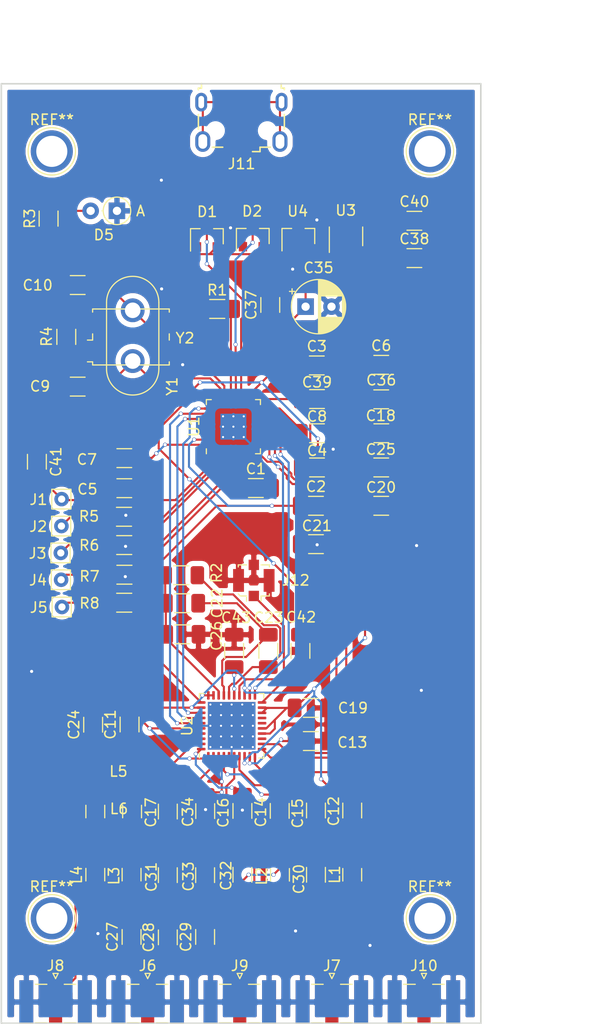
<source format=kicad_pcb>
(kicad_pcb (version 20171130) (host pcbnew 5.1.8)
  (layers (0 F.Cu signal hide) (31 B.Cu signal hide) (34 B.Paste user) (35 F.Paste user) (36 B.SilkS user) (37 F.SilkS user) (38 B.Mask user hide) (39 F.Mask user) (44 Edge.Cuts user))
  (net 0 "")
  (net 1 "Net-(C1-Pad2)")
  (net 2 "Net-(C1-Pad1)")
  (net 3 VDDI)
  (net 4 VDIG)
  (net 5 "Net-(C4-Pad1)")
  (net 6 V18-SYNTH)
  (net 7 "Net-(C9-Pad2)")
  (net 8 VRF)
  (net 9 "Net-(C13-Pad2)")
  (net 10 "Net-(C14-Pad2)")
  (net 11 "Net-(C15-Pad2)")
  (net 12 "Net-(C16-Pad2)")
  (net 13 HFPORT)
  (net 14 "Net-(C22-Pad1)")
  (net 15 USB_DP)
  (net 16 USB_DM)
  (net 17 I_IN_P)
  (net 18 I_IN_N)
  (net 19 Q_IN_P)
  (net 20 Q_IN_N)
  (net 21 "Net-(R1-Pad2)")
  (net 22 REFCLK)
  (net 23 SPI_LAT)
  (net 24 SPI_DATA)
  (net 25 SPI_CLK)
  (net 26 VHF_120_250MHZ)
  (net 27 UHF_400_1000MHZ)
  (net 28 VHF_50_120MHZ)
  (net 29 "Net-(U2-Pad16)")
  (net 30 LNAND_IN)
  (net 31 "Net-(U2-Pad37)")
  (net 32 "Net-(C31-Pad2)")
  (net 33 GND)
  (net 34 "Net-(J3-Pad1)")
  (net 35 "Net-(U2-Pad5)")
  (net 36 "Net-(U2-Pad13)")
  (net 37 "Net-(U2-Pad17)")
  (net 38 "Net-(U2-Pad38)")
  (net 39 "Net-(J7-Pad1)")
  (net 40 "Net-(C8-Pad1)")
  (net 41 "Net-(C10-Pad2)")
  (net 42 "Net-(C17-Pad2)")
  (net 43 "Net-(C22-Pad2)")
  (net 44 "Net-(C23-Pad1)")
  (net 45 "Net-(C27-Pad2)")
  (net 46 "Net-(C27-Pad1)")
  (net 47 "Net-(C30-Pad2)")
  (net 48 "Net-(C30-Pad1)")
  (net 49 "Net-(C33-Pad2)")
  (net 50 "Net-(J2-Pad1)")
  (net 51 "Net-(J4-Pad1)")
  (net 52 "Net-(J5-Pad1)")
  (net 53 "Net-(L4-Pad1)")
  (net 54 "Net-(J11-Pad4)")
  (net 55 "Net-(J11-Pad6)")
  (net 56 "Net-(C38-Pad1)")
  (net 57 "Net-(C39-Pad1)")
  (net 58 "Net-(D5-Pad2)")
  (net 59 "Net-(C40-Pad1)")
  (net 60 "Net-(R4-Pad2)")
  (net 61 "Net-(C41-Pad2)")
  (net 62 "Net-(C42-Pad2)")
  (net 63 "Net-(C43-Pad2)")
  (module Connector_Coaxial:SMA_Samtec_SMA-J-P-X-ST-EM1_EdgeMount (layer F.Cu) (at 153.924 132.08)
    (fp_text reference J10 (at 0 -3.5) (layer F.SilkS))
    (fp_text value SMA_VHF1)
    (pad 1 smd rect (at 0 0.2) (size 1.27 3.6) (layers F.Cu F.Paste F.Mask) (net 28 VHF_50_120MHZ))
    (pad 2 smd rect (at 2.825 0) (size 1.35 4.2) (layers F.Cu F.Paste F.Mask) (net 33 GND))
    (pad 2 smd rect (at -2.825 0) (size 1.35 4.2) (layers F.Cu F.Paste F.Mask) (net 33 GND))
    (pad 2 smd rect (at 2.825 0) (size 1.35 4.2) (layers B.Cu B.Paste B.Mask) (net 33 GND))
    (pad 2 smd rect (at -2.825 0) (size 1.35 4.2) (layers B.Cu B.Paste B.Mask) (net 33 GND))
  )
  (module Connector_Coaxial:SMA_Samtec_SMA-J-P-X-ST-EM1_EdgeMount (layer F.Cu) (at 118.364 132.08)
    (fp_text reference J8 (at 0 -3.5) (layer F.SilkS))
    (fp_text value SMA_VHF2)
    (pad 1 smd rect (at 0 0.2) (size 1.27 3.6) (layers F.Cu F.Paste F.Mask) (net 26 VHF_120_250MHZ))
    (pad 2 smd rect (at 2.825 0) (size 1.35 4.2) (layers F.Cu F.Paste F.Mask) (net 33 GND))
    (pad 2 smd rect (at -2.825 0) (size 1.35 4.2) (layers F.Cu F.Paste F.Mask) (net 33 GND))
    (pad 2 smd rect (at 2.825 0) (size 1.35 4.2) (layers B.Cu B.Paste B.Mask) (net 33 GND))
    (pad 2 smd rect (at -2.825 0) (size 1.35 4.2) (layers B.Cu B.Paste B.Mask) (net 33 GND))
  )
  (module Crystal:Crystal_SMD_7050-4Pin_7.0x5.0mm (layer F.Cu) (at 125.64 67.91)
    (fp_text reference Y2 (at 5.2208 0.1112) (layer F.SilkS))
    (fp_text value 24MHZ)
    (pad 4 smd rect (at -2.95 -1.35) (size 2.1 1.7) (layers F.Cu F.Paste F.Mask) (net 4 VDIG))
    (pad 3 smd rect (at 2.95 -1.35) (size 2.1 1.7) (layers F.Cu F.Paste F.Mask) (net 41 "Net-(C10-Pad2)"))
    (pad 2 smd rect (at 2.95 1.35) (size 2.1 1.7) (layers F.Cu F.Paste F.Mask) (net 33 GND))
    (pad 1 smd rect (at -2.95 1.35) (size 2.1 1.7) (layers F.Cu F.Paste F.Mask) (net 60 "Net-(R4-Pad2)"))
  )
  (module Crystal:Crystal_HC50_Vertical (layer F.Cu) (at 125.809 70.236 90)
    (fp_text reference Y1 (at -2.4334 3.8072 90) (layer F.SilkS))
    (fp_text value 24MHz)
    (pad 2 thru_hole circle (at 4.9 0 90) (size 2.3 2.3) (drill 1.5) (layers *.Cu *.Mask) (net 41 "Net-(C10-Pad2)"))
    (pad 1 thru_hole circle (at 0 0 90) (size 2.3 2.3) (drill 1.5) (layers *.Cu *.Mask) (net 7 "Net-(C9-Pad2)"))
  )
  (module Package_TO_SOT_SMD:SOT-23 (layer F.Cu) (at 141.8 58.2 90)
    (fp_text reference U4 (at 2.4216 -0.068 180) (layer F.SilkS))
    (fp_text value AP7313-30SAG)
    (pad 3 smd rect (at 1 0 90) (size 0.9 0.8) (layers F.Cu F.Paste F.Mask) (net 33 GND))
    (pad 2 smd rect (at -1 0.95 90) (size 0.9 0.8) (layers F.Cu F.Paste F.Mask) (net 4 VDIG))
    (pad 1 smd rect (at -1 -0.95 90) (size 0.9 0.8) (layers F.Cu F.Paste F.Mask) (net 56 "Net-(C38-Pad1)"))
  )
  (module Package_TO_SOT_SMD:SOT-23-5 (layer F.Cu) (at 146.4 58.2 90)
    (fp_text reference U3 (at 2.4978 -0.0198 180) (layer F.SilkS))
    (fp_text value RT9193-28)
    (pad 5 smd rect (at 1.1 -0.95 90) (size 1.06 0.65) (layers F.Cu F.Paste F.Mask) (net 8 VRF))
    (pad 4 smd rect (at 1.1 0.95 90) (size 1.06 0.65) (layers F.Cu F.Paste F.Mask) (net 59 "Net-(C40-Pad1)"))
    (pad 3 smd rect (at -1.1 0.95 90) (size 1.06 0.65) (layers F.Cu F.Paste F.Mask) (net 6 V18-SYNTH))
    (pad 2 smd rect (at -1.1 0 90) (size 1.06 0.65) (layers F.Cu F.Paste F.Mask) (net 33 GND))
    (pad 1 smd rect (at -1.1 -0.95 90) (size 1.06 0.65) (layers F.Cu F.Paste F.Mask) (net 56 "Net-(C38-Pad1)"))
  )
  (module Package_DFN_QFN:QFN-40-1EP_6x6mm_P0.5mm_EP4.6x4.6mm_ThermalVias (layer F.Cu) (at 135.359 105.426 90)
    (fp_text reference U2 (at 0 -4.3 90) (layer F.SilkS))
    (fp_text value msi001)
    (pad 41 smd rect (at 0 0 90) (size 4.6 4.6) (layers B.Cu) (net 33 GND))
    (pad 41 thru_hole circle (at 2.05 2.05 90) (size 0.5 0.5) (drill 0.2) (layers *.Cu) (net 33 GND))
    (pad 41 thru_hole circle (at 1.025 2.05 90) (size 0.5 0.5) (drill 0.2) (layers *.Cu) (net 33 GND))
    (pad 41 thru_hole circle (at 0 2.05 90) (size 0.5 0.5) (drill 0.2) (layers *.Cu) (net 33 GND))
    (pad 41 thru_hole circle (at -1.025 2.05 90) (size 0.5 0.5) (drill 0.2) (layers *.Cu) (net 33 GND))
    (pad 41 thru_hole circle (at -2.05 2.05 90) (size 0.5 0.5) (drill 0.2) (layers *.Cu) (net 33 GND))
    (pad 41 thru_hole circle (at 2.05 1.025 90) (size 0.5 0.5) (drill 0.2) (layers *.Cu) (net 33 GND))
    (pad 41 thru_hole circle (at 1.025 1.025 90) (size 0.5 0.5) (drill 0.2) (layers *.Cu) (net 33 GND))
    (pad 41 thru_hole circle (at 0 1.025 90) (size 0.5 0.5) (drill 0.2) (layers *.Cu) (net 33 GND))
    (pad 41 thru_hole circle (at -1.025 1.025 90) (size 0.5 0.5) (drill 0.2) (layers *.Cu) (net 33 GND))
    (pad 41 thru_hole circle (at -2.05 1.025 90) (size 0.5 0.5) (drill 0.2) (layers *.Cu) (net 33 GND))
    (pad 41 thru_hole circle (at 2.05 0 90) (size 0.5 0.5) (drill 0.2) (layers *.Cu) (net 33 GND))
    (pad 41 thru_hole circle (at 1.025 0 90) (size 0.5 0.5) (drill 0.2) (layers *.Cu) (net 33 GND))
    (pad 41 thru_hole circle (at 0 0 90) (size 0.5 0.5) (drill 0.2) (layers *.Cu) (net 33 GND))
    (pad 41 thru_hole circle (at -1.025 0 90) (size 0.5 0.5) (drill 0.2) (layers *.Cu) (net 33 GND))
    (pad 41 thru_hole circle (at -2.05 0 90) (size 0.5 0.5) (drill 0.2) (layers *.Cu) (net 33 GND))
    (pad 41 thru_hole circle (at 2.05 -1.025 90) (size 0.5 0.5) (drill 0.2) (layers *.Cu) (net 33 GND))
    (pad 41 thru_hole circle (at 1.025 -1.025 90) (size 0.5 0.5) (drill 0.2) (layers *.Cu) (net 33 GND))
    (pad 41 thru_hole circle (at 0 -1.025 90) (size 0.5 0.5) (drill 0.2) (layers *.Cu) (net 33 GND))
    (pad 41 thru_hole circle (at -1.025 -1.025 90) (size 0.5 0.5) (drill 0.2) (layers *.Cu) (net 33 GND))
    (pad 41 thru_hole circle (at -2.05 -1.025 90) (size 0.5 0.5) (drill 0.2) (layers *.Cu) (net 33 GND))
    (pad 41 thru_hole circle (at 2.05 -2.05 90) (size 0.5 0.5) (drill 0.2) (layers *.Cu) (net 33 GND))
    (pad 41 thru_hole circle (at 1.025 -2.05 90) (size 0.5 0.5) (drill 0.2) (layers *.Cu) (net 33 GND))
    (pad 41 thru_hole circle (at 0 -2.05 90) (size 0.5 0.5) (drill 0.2) (layers *.Cu) (net 33 GND))
    (pad 41 thru_hole circle (at -1.025 -2.05 90) (size 0.5 0.5) (drill 0.2) (layers *.Cu) (net 33 GND))
    (pad 41 thru_hole circle (at -2.05 -2.05 90) (size 0.5 0.5) (drill 0.2) (layers *.Cu) (net 33 GND))
    (pad 41 smd rect (at 0 0 90) (size 4.6 4.6) (layers F.Cu F.Mask) (net 33 GND))
    (pad 40 smd roundrect (at -2.25 -2.9375 90) (size 0.25 0.825) (layers F.Cu F.Paste F.Mask) (net 12 "Net-(C16-Pad2)"))
    (pad 39 smd roundrect (at -1.75 -2.9375 90) (size 0.25 0.825) (layers F.Cu F.Paste F.Mask) (net 42 "Net-(C17-Pad2)"))
    (pad 38 smd roundrect (at -1.25 -2.9375 90) (size 0.25 0.825) (layers F.Cu F.Paste F.Mask) (net 38 "Net-(U2-Pad38)"))
    (pad 37 smd roundrect (at -0.75 -2.9375 90) (size 0.25 0.825) (layers F.Cu F.Paste F.Mask) (net 31 "Net-(U2-Pad37)"))
    (pad 36 smd roundrect (at -0.25 -2.9375 90) (size 0.25 0.825) (layers F.Cu F.Paste F.Mask) (net 8 VRF))
    (pad 35 smd roundrect (at 0.25 -2.9375 90) (size 0.25 0.825) (layers F.Cu F.Paste F.Mask) (net 24 SPI_DATA))
    (pad 34 smd roundrect (at 0.75 -2.9375 90) (size 0.25 0.825) (layers F.Cu F.Paste F.Mask) (net 25 SPI_CLK))
    (pad 33 smd roundrect (at 1.25 -2.9375 90) (size 0.25 0.825) (layers F.Cu F.Paste F.Mask) (net 23 SPI_LAT))
    (pad 32 smd roundrect (at 1.75 -2.9375 90) (size 0.25 0.825) (layers F.Cu F.Paste F.Mask) (net 8 VRF))
    (pad 31 smd roundrect (at 2.25 -2.9375 90) (size 0.25 0.825) (layers F.Cu F.Paste F.Mask) (net 3 VDDI))
    (pad 30 smd roundrect (at 2.9375 -2.25 90) (size 0.825 0.25) (layers F.Cu F.Paste F.Mask) (net 8 VRF))
    (pad 29 smd roundrect (at 2.9375 -1.75 90) (size 0.825 0.25) (layers F.Cu F.Paste F.Mask) (net 8 VRF))
    (pad 28 smd roundrect (at 2.9375 -1.25 90) (size 0.825 0.25) (layers F.Cu F.Paste F.Mask) (net 14 "Net-(C22-Pad1)"))
    (pad 27 smd roundrect (at 2.9375 -0.75 90) (size 0.825 0.25) (layers F.Cu F.Paste F.Mask) (net 43 "Net-(C22-Pad2)"))
    (pad 26 smd roundrect (at 2.9375 -0.25 90) (size 0.825 0.25) (layers F.Cu F.Paste F.Mask) (net 44 "Net-(C23-Pad1)"))
    (pad 25 smd roundrect (at 2.9375 0.25 90) (size 0.825 0.25) (layers F.Cu F.Paste F.Mask) (net 63 "Net-(C43-Pad2)"))
    (pad 24 smd roundrect (at 2.9375 0.75 90) (size 0.825 0.25) (layers F.Cu F.Paste F.Mask) (net 30 LNAND_IN))
    (pad 23 smd roundrect (at 2.9375 1.25 90) (size 0.825 0.25) (layers F.Cu F.Paste F.Mask) (net 8 VRF))
    (pad 22 smd roundrect (at 2.9375 1.75 90) (size 0.825 0.25) (layers F.Cu F.Paste F.Mask) (net 19 Q_IN_P))
    (pad 21 smd roundrect (at 2.9375 2.25 90) (size 0.825 0.25) (layers F.Cu F.Paste F.Mask) (net 20 Q_IN_N))
    (pad 20 smd roundrect (at 2.25 2.9375 90) (size 0.25 0.825) (layers F.Cu F.Paste F.Mask) (net 22 REFCLK))
    (pad 19 smd roundrect (at 1.75 2.9375 90) (size 0.25 0.825) (layers F.Cu F.Paste F.Mask) (net 8 VRF))
    (pad 18 smd roundrect (at 1.25 2.9375 90) (size 0.25 0.825) (layers F.Cu F.Paste F.Mask) (net 8 VRF))
    (pad 17 smd roundrect (at 0.75 2.9375 90) (size 0.25 0.825) (layers F.Cu F.Paste F.Mask) (net 37 "Net-(U2-Pad17)"))
    (pad 16 smd roundrect (at 0.25 2.9375 90) (size 0.25 0.825) (layers F.Cu F.Paste F.Mask) (net 29 "Net-(U2-Pad16)"))
    (pad 15 smd roundrect (at -0.25 2.9375 90) (size 0.25 0.825) (layers F.Cu F.Paste F.Mask) (net 8 VRF))
    (pad 14 smd roundrect (at -0.75 2.9375 90) (size 0.25 0.825) (layers F.Cu F.Paste F.Mask) (net 8 VRF))
    (pad 13 smd roundrect (at -1.25 2.9375 90) (size 0.25 0.825) (layers F.Cu F.Paste F.Mask) (net 36 "Net-(U2-Pad13)"))
    (pad 12 smd roundrect (at -1.75 2.9375 90) (size 0.25 0.825) (layers F.Cu F.Paste F.Mask) (net 18 I_IN_N))
    (pad 11 smd roundrect (at -2.25 2.9375 90) (size 0.25 0.825) (layers F.Cu F.Paste F.Mask) (net 17 I_IN_P))
    (pad 10 smd roundrect (at -2.9375 2.25 90) (size 0.825 0.25) (layers F.Cu F.Paste F.Mask) (net 28 VHF_50_120MHZ))
    (pad 9 smd roundrect (at -2.9375 1.75 90) (size 0.825 0.25) (layers F.Cu F.Paste F.Mask) (net 9 "Net-(C13-Pad2)"))
    (pad 8 smd roundrect (at -2.9375 1.25 90) (size 0.825 0.25) (layers F.Cu F.Paste F.Mask) (net 8 VRF))
    (pad 7 smd roundrect (at -2.9375 0.75 90) (size 0.825 0.25) (layers F.Cu F.Paste F.Mask) (net 11 "Net-(C15-Pad2)"))
    (pad 6 smd roundrect (at -2.9375 0.25 90) (size 0.825 0.25) (layers F.Cu F.Paste F.Mask) (net 27 UHF_400_1000MHZ))
    (pad 5 smd roundrect (at -2.9375 -0.25 90) (size 0.825 0.25) (layers F.Cu F.Paste F.Mask) (net 35 "Net-(U2-Pad5)"))
    (pad 4 smd roundrect (at -2.9375 -0.75 90) (size 0.825 0.25) (layers F.Cu F.Paste F.Mask) (net 10 "Net-(C14-Pad2)"))
    (pad 3 smd roundrect (at -2.9375 -1.25 90) (size 0.825 0.25) (layers F.Cu F.Paste F.Mask) (net 26 VHF_120_250MHZ))
    (pad 2 smd roundrect (at -2.9375 -1.75 90) (size 0.825 0.25) (layers F.Cu F.Paste F.Mask) (net 8 VRF))
    (pad 1 smd roundrect (at -2.9375 -2.25 90) (size 0.825 0.25) (layers F.Cu F.Paste F.Mask) (net 8 VRF))
  )
  (module Package_DFN_QFN:QFN-32-1EP_5x5mm_P0.5mm_EP3.7x3.7mm_ThermalVias (layer F.Cu) (at 135.529 76.566 90)
    (fp_text reference U1 (at 0 -3.8 90) (layer F.SilkS))
    (fp_text value msi2500)
    (pad 33 smd rect (at 0 0 90) (size 2.5 2.5) (layers B.Cu) (net 33 GND))
    (pad 33 thru_hole circle (at 1 1 90) (size 0.5 0.5) (drill 0.2) (layers *.Cu) (net 33 GND))
    (pad 33 thru_hole circle (at 0 1 90) (size 0.5 0.5) (drill 0.2) (layers *.Cu) (net 33 GND))
    (pad 33 thru_hole circle (at -1 1 90) (size 0.5 0.5) (drill 0.2) (layers *.Cu) (net 33 GND))
    (pad 33 thru_hole circle (at 1 0 90) (size 0.5 0.5) (drill 0.2) (layers *.Cu) (net 33 GND))
    (pad 33 thru_hole circle (at 0 0 90) (size 0.5 0.5) (drill 0.2) (layers *.Cu) (net 33 GND))
    (pad 33 thru_hole circle (at -1 0 90) (size 0.5 0.5) (drill 0.2) (layers *.Cu) (net 33 GND))
    (pad 33 thru_hole circle (at 1 -1 90) (size 0.5 0.5) (drill 0.2) (layers *.Cu) (net 33 GND))
    (pad 33 thru_hole circle (at 0 -1 90) (size 0.5 0.5) (drill 0.2) (layers *.Cu) (net 33 GND))
    (pad 33 thru_hole circle (at -1 -1 90) (size 0.5 0.5) (drill 0.2) (layers *.Cu) (net 33 GND))
    (pad 33 smd rect (at 0 0 90) (size 3.7 3.7) (layers F.Cu F.Mask) (net 33 GND))
    (pad 32 smd roundrect (at -1.75 -2.45 90) (size 0.25 0.8) (layers F.Cu F.Paste F.Mask) (net 4 VDIG))
    (pad 31 smd roundrect (at -1.25 -2.45 90) (size 0.25 0.8) (layers F.Cu F.Paste F.Mask) (net 3 VDDI))
    (pad 30 smd roundrect (at -0.75 -2.45 90) (size 0.25 0.8) (layers F.Cu F.Paste F.Mask) (net 33 GND))
    (pad 29 smd roundrect (at -0.25 -2.45 90) (size 0.25 0.8) (layers F.Cu F.Paste F.Mask) (net 33 GND))
    (pad 28 smd roundrect (at 0.25 -2.45 90) (size 0.25 0.8) (layers F.Cu F.Paste F.Mask) (net 33 GND))
    (pad 27 smd roundrect (at 0.75 -2.45 90) (size 0.25 0.8) (layers F.Cu F.Paste F.Mask) (net 25 SPI_CLK))
    (pad 26 smd roundrect (at 1.25 -2.45 90) (size 0.25 0.8) (layers F.Cu F.Paste F.Mask) (net 24 SPI_DATA))
    (pad 25 smd roundrect (at 1.75 -2.45 90) (size 0.25 0.8) (layers F.Cu F.Paste F.Mask) (net 23 SPI_LAT))
    (pad 24 smd roundrect (at 2.45 -1.75 90) (size 0.8 0.25) (layers F.Cu F.Paste F.Mask) (net 62 "Net-(C42-Pad2)"))
    (pad 23 smd roundrect (at 2.45 -1.25 90) (size 0.8 0.25) (layers F.Cu F.Paste F.Mask) (net 7 "Net-(C9-Pad2)"))
    (pad 22 smd roundrect (at 2.45 -0.75 90) (size 0.8 0.25) (layers F.Cu F.Paste F.Mask) (net 41 "Net-(C10-Pad2)"))
    (pad 21 smd roundrect (at 2.45 -0.25 90) (size 0.8 0.25) (layers F.Cu F.Paste F.Mask) (net 21 "Net-(R1-Pad2)"))
    (pad 20 smd roundrect (at 2.45 0.25 90) (size 0.8 0.25) (layers F.Cu F.Paste F.Mask) (net 16 USB_DM))
    (pad 19 smd roundrect (at 2.45 0.75 90) (size 0.8 0.25) (layers F.Cu F.Paste F.Mask) (net 15 USB_DP))
    (pad 18 smd roundrect (at 2.45 1.25 90) (size 0.8 0.25) (layers F.Cu F.Paste F.Mask) (net 4 VDIG))
    (pad 17 smd roundrect (at 2.45 1.75 90) (size 0.8 0.25) (layers F.Cu F.Paste F.Mask) (net 57 "Net-(C39-Pad1)"))
    (pad 16 smd roundrect (at 1.75 2.45 90) (size 0.25 0.8) (layers F.Cu F.Paste F.Mask) (net 40 "Net-(C8-Pad1)"))
    (pad 15 smd roundrect (at 1.25 2.45 90) (size 0.25 0.8) (layers F.Cu F.Paste F.Mask) (net 6 V18-SYNTH))
    (pad 14 smd roundrect (at 0.75 2.45 90) (size 0.25 0.8) (layers F.Cu F.Paste F.Mask) (net 4 VDIG))
    (pad 13 smd roundrect (at 0.25 2.45 90) (size 0.25 0.8) (layers F.Cu F.Paste F.Mask) (net 5 "Net-(C4-Pad1)"))
    (pad 12 smd roundrect (at -0.25 2.45 90) (size 0.25 0.8) (layers F.Cu F.Paste F.Mask) (net 20 Q_IN_N))
    (pad 11 smd roundrect (at -0.75 2.45 90) (size 0.25 0.8) (layers F.Cu F.Paste F.Mask) (net 19 Q_IN_P))
    (pad 10 smd roundrect (at -1.25 2.45 90) (size 0.25 0.8) (layers F.Cu F.Paste F.Mask) (net 18 I_IN_N))
    (pad 9 smd roundrect (at -1.75 2.45 90) (size 0.25 0.8) (layers F.Cu F.Paste F.Mask) (net 17 I_IN_P))
    (pad 8 smd roundrect (at -2.45 1.75 90) (size 0.8 0.25) (layers F.Cu F.Paste F.Mask) (net 33 GND))
    (pad 7 smd roundrect (at -2.45 1.25 90) (size 0.8 0.25) (layers F.Cu F.Paste F.Mask) (net 1 "Net-(C1-Pad2)"))
    (pad 6 smd roundrect (at -2.45 0.75 90) (size 0.8 0.25) (layers F.Cu F.Paste F.Mask) (net 2 "Net-(C1-Pad1)"))
    (pad 5 smd roundrect (at -2.45 0.25 90) (size 0.8 0.25) (layers F.Cu F.Paste F.Mask) (net 52 "Net-(J5-Pad1)"))
    (pad 4 smd roundrect (at -2.45 -0.25 90) (size 0.8 0.25) (layers F.Cu F.Paste F.Mask) (net 51 "Net-(J4-Pad1)"))
    (pad 3 smd roundrect (at -2.45 -0.75 90) (size 0.8 0.25) (layers F.Cu F.Paste F.Mask) (net 34 "Net-(J3-Pad1)"))
    (pad 2 smd roundrect (at -2.45 -1.25 90) (size 0.8 0.25) (layers F.Cu F.Paste F.Mask) (net 50 "Net-(J2-Pad1)"))
    (pad 1 smd roundrect (at -2.45 -1.75 90) (size 0.8 0.25) (layers F.Cu F.Paste F.Mask) (net 61 "Net-(C41-Pad2)"))
  )
  (module Resistor_SMD:R_1206_3216Metric_Pad1.30x1.75mm_HandSolder (layer F.Cu) (at 124.99 93.55)
    (fp_text reference R8 (at -3.3494 0.049) (layer F.SilkS))
    (fp_text value 10K)
    (pad 2 smd roundrect (at 1.55 0) (size 1.3 1.75) (layers F.Cu F.Paste F.Mask) (roundrect_rratio 0.1923076923076923) (net 33 GND))
    (pad 1 smd roundrect (at -1.55 0) (size 1.3 1.75) (layers F.Cu F.Paste F.Mask) (roundrect_rratio 0.1923076923076923) (net 52 "Net-(J5-Pad1)"))
  )
  (module Resistor_SMD:R_1206_3216Metric_Pad1.30x1.75mm_HandSolder (layer F.Cu) (at 125.01 90.85)
    (fp_text reference R7 (at -3.3694 0.1582) (layer F.SilkS))
    (fp_text value 10K)
    (pad 2 smd roundrect (at 1.55 0) (size 1.3 1.75) (layers F.Cu F.Paste F.Mask) (roundrect_rratio 0.1923076923076923) (net 33 GND))
    (pad 1 smd roundrect (at -1.55 0) (size 1.3 1.75) (layers F.Cu F.Paste F.Mask) (roundrect_rratio 0.1923076923076923) (net 51 "Net-(J4-Pad1)"))
  )
  (module Resistor_SMD:R_1206_3216Metric_Pad1.30x1.75mm_HandSolder (layer F.Cu) (at 124.99 87.99)
    (fp_text reference R6 (at -3.3748 0.021) (layer F.SilkS))
    (fp_text value 10K)
    (pad 2 smd roundrect (at 1.55 0) (size 1.3 1.75) (layers F.Cu F.Paste F.Mask) (roundrect_rratio 0.1923076923076923) (net 33 GND))
    (pad 1 smd roundrect (at -1.55 0) (size 1.3 1.75) (layers F.Cu F.Paste F.Mask) (roundrect_rratio 0.1923076923076923) (net 34 "Net-(J3-Pad1)"))
  )
  (module Resistor_SMD:R_1206_3216Metric_Pad1.30x1.75mm_HandSolder (layer F.Cu) (at 124.97 85.26)
    (fp_text reference R5 (at -3.3802 -0.043) (layer F.SilkS))
    (fp_text value 10K)
    (pad 2 smd roundrect (at 1.55 0) (size 1.3 1.75) (layers F.Cu F.Paste F.Mask) (roundrect_rratio 0.1923076923076923) (net 33 GND))
    (pad 1 smd roundrect (at -1.55 0) (size 1.3 1.75) (layers F.Cu F.Paste F.Mask) (roundrect_rratio 0.1923076923076923) (net 50 "Net-(J2-Pad1)"))
  )
  (module Resistor_SMD:R_1206_3216Metric_Pad1.30x1.75mm_HandSolder (layer F.Cu) (at 119.4 67.9 270)
    (fp_text reference R4 (at -0.0312 1.8996 90) (layer F.SilkS))
    (fp_text value 10K)
    (pad 2 smd roundrect (at 1.55 0 270) (size 1.3 1.75) (layers F.Cu F.Paste F.Mask) (roundrect_rratio 0.1923076923076923) (net 60 "Net-(R4-Pad2)"))
    (pad 1 smd roundrect (at -1.55 0 270) (size 1.3 1.75) (layers F.Cu F.Paste F.Mask) (roundrect_rratio 0.1923076923076923) (net 4 VDIG))
  )
  (module Resistor_SMD:R_1206_3216Metric_Pad1.30x1.75mm_HandSolder (layer F.Cu) (at 117.69 56.49 90)
    (fp_text reference R3 (at 0 -1.82 90) (layer F.SilkS))
    (fp_text value 512)
    (pad 2 smd roundrect (at 1.55 0 90) (size 1.3 1.75) (layers F.Cu F.Paste F.Mask) (roundrect_rratio 0.1923076923076923) (net 58 "Net-(D5-Pad2)"))
    (pad 1 smd roundrect (at -1.55 0 90) (size 1.3 1.75) (layers F.Cu F.Paste F.Mask) (roundrect_rratio 0.1923076923076923) (net 4 VDIG))
  )
  (module Resistor_SMD:R_1206_3216Metric_Pad1.30x1.75mm_HandSolder (layer F.Cu) (at 130.5 90.9)
    (fp_text reference R2 (at 3.4088 -0.222 90) (layer F.SilkS))
    (fp_text value 390R)
    (pad 2 smd roundrect (at 1.55 0) (size 1.3 1.75) (layers F.Cu F.Paste F.Mask) (roundrect_rratio 0.1923076923076923) (net 44 "Net-(C23-Pad1)"))
    (pad 1 smd roundrect (at -1.55 0) (size 1.3 1.75) (layers F.Cu F.Paste F.Mask) (roundrect_rratio 0.1923076923076923) (net 14 "Net-(C22-Pad1)"))
  )
  (module Resistor_SMD:R_1206_3216Metric_Pad1.30x1.75mm_HandSolder (layer F.Cu) (at 133.969 65.206)
    (fp_text reference R1 (at 0 -1.82) (layer F.SilkS))
    (fp_text value 510R)
    (pad 2 smd roundrect (at 1.55 0) (size 1.3 1.75) (layers F.Cu F.Paste F.Mask) (roundrect_rratio 0.1923076923076923) (net 21 "Net-(R1-Pad2)"))
    (pad 1 smd roundrect (at -1.55 0) (size 1.3 1.75) (layers F.Cu F.Paste F.Mask) (roundrect_rratio 0.1923076923076923) (net 33 GND))
  )
  (module Inductor_SMD:L_1206_3216Metric_Pad1.42x1.75mm_HandSolder (layer F.Cu) (at 125.75 113.7 270)
    (fp_text reference L6 (at -0.2636 1.2646) (layer F.SilkS))
    (fp_text value 330nH)
    (pad 2 smd roundrect (at 1.4875 0 270) (size 1.425 1.75) (layers F.Cu F.Paste F.Mask) (roundrect_rratio 0.1754385964912281) (net 49 "Net-(C33-Pad2)"))
    (pad 1 smd roundrect (at -1.4875 0 270) (size 1.425 1.75) (layers F.Cu F.Paste F.Mask) (roundrect_rratio 0.1754385964912281) (net 13 HFPORT))
  )
  (module Inductor_SMD:L_1206_3216Metric_Pad1.42x1.75mm_HandSolder (layer F.Cu) (at 122.2 113.7 270)
    (fp_text reference L5 (at -3.8704 -2.2346) (layer F.SilkS))
    (fp_text value 150nH)
    (pad 2 smd roundrect (at 1.4875 0 270) (size 1.425 1.75) (layers F.Cu F.Paste F.Mask) (roundrect_rratio 0.1754385964912281) (net 53 "Net-(L4-Pad1)"))
    (pad 1 smd roundrect (at -1.4875 0 270) (size 1.425 1.75) (layers F.Cu F.Paste F.Mask) (roundrect_rratio 0.1754385964912281) (net 49 "Net-(C33-Pad2)"))
  )
  (module Inductor_SMD:L_1206_3216Metric_Pad1.42x1.75mm_HandSolder (layer F.Cu) (at 122.2 119.7875 270)
    (fp_text reference L4 (at 0.0243 1.804 90) (layer F.SilkS))
    (fp_text value 270nH)
    (pad 2 smd roundrect (at 1.4875 0 270) (size 1.425 1.75) (layers F.Cu F.Paste F.Mask) (roundrect_rratio 0.1754385964912281) (net 32 "Net-(C31-Pad2)"))
    (pad 1 smd roundrect (at -1.4875 0 270) (size 1.425 1.75) (layers F.Cu F.Paste F.Mask) (roundrect_rratio 0.1754385964912281) (net 53 "Net-(L4-Pad1)"))
  )
  (module Inductor_SMD:L_1206_3216Metric_Pad1.42x1.75mm_HandSolder (layer F.Cu) (at 125.7 119.7875 270)
    (fp_text reference L3 (at 0.1259 1.6972 90) (layer F.SilkS))
    (fp_text value 330nH)
    (pad 2 smd roundrect (at 1.4875 0 270) (size 1.425 1.75) (layers F.Cu F.Paste F.Mask) (roundrect_rratio 0.1754385964912281) (net 45 "Net-(C27-Pad2)"))
    (pad 1 smd roundrect (at -1.4875 0 270) (size 1.425 1.75) (layers F.Cu F.Paste F.Mask) (roundrect_rratio 0.1754385964912281) (net 32 "Net-(C31-Pad2)"))
  )
  (module Inductor_SMD:L_1206_3216Metric_Pad1.42x1.75mm_HandSolder (layer F.Cu) (at 140.026 119.804 270)
    (fp_text reference L2 (at 0.1348 1.7738 90) (layer F.SilkS))
    (fp_text value 330nH)
    (pad 2 smd roundrect (at 1.4875 0 270) (size 1.425 1.75) (layers F.Cu F.Paste F.Mask) (roundrect_rratio 0.1754385964912281) (net 47 "Net-(C30-Pad2)"))
    (pad 1 smd roundrect (at -1.4875 0 270) (size 1.425 1.75) (layers F.Cu F.Paste F.Mask) (roundrect_rratio 0.1754385964912281) (net 48 "Net-(C30-Pad1)"))
  )
  (module Inductor_SMD:L_1206_3216Metric_Pad1.42x1.75mm_HandSolder (layer F.Cu) (at 147 119.8 270)
    (fp_text reference L1 (at -0.0136 1.6866 90) (layer F.SilkS))
    (fp_text value 220nH)
    (pad 2 smd roundrect (at 1.4875 0 270) (size 1.425 1.75) (layers F.Cu F.Paste F.Mask) (roundrect_rratio 0.1754385964912281) (net 39 "Net-(J7-Pad1)"))
    (pad 1 smd roundrect (at -1.4875 0 270) (size 1.425 1.75) (layers F.Cu F.Paste F.Mask) (roundrect_rratio 0.1754385964912281) (net 47 "Net-(C30-Pad2)"))
  )
  (module Connector_USB:USB_Micro-B_Wuerth_629105150521 (layer F.Cu) (at 136.3 47.2 180)
    (fp_text reference J11 (at -0.0218 -4.0064) (layer F.SilkS))
    (fp_text value USB_OTG)
    (pad "" np_thru_hole oval (at 2.5 -0.8 180) (size 0.8 0.8) (drill 0.8) (layers *.Cu *.Mask))
    (pad "" np_thru_hole oval (at -2.5 -0.8 180) (size 0.8 0.8) (drill 0.8) (layers *.Cu *.Mask))
    (pad 6 thru_hole oval (at 3.875 1.95 180) (size 1.15 1.8) (drill oval 0.55 1.2) (layers *.Cu *.Mask) (net 55 "Net-(J11-Pad6)"))
    (pad 6 thru_hole oval (at -3.875 1.95 180) (size 1.15 1.8) (drill oval 0.55 1.2) (layers *.Cu *.Mask) (net 55 "Net-(J11-Pad6)"))
    (pad 6 thru_hole oval (at 3.725 -1.85 180) (size 1.45 2) (drill oval 0.85 1.4) (layers *.Cu *.Mask) (net 55 "Net-(J11-Pad6)"))
    (pad 6 thru_hole oval (at -3.725 -1.85 180) (size 1.45 2) (drill oval 0.85 1.4) (layers *.Cu *.Mask) (net 55 "Net-(J11-Pad6)"))
    (pad 5 smd rect (at 1.3 -1.9 180) (size 0.45 1.3) (layers F.Cu F.Paste F.Mask) (net 33 GND))
    (pad 4 smd rect (at 0.65 -1.9 180) (size 0.45 1.3) (layers F.Cu F.Paste F.Mask) (net 54 "Net-(J11-Pad4)"))
    (pad 3 smd rect (at 0 -1.9 180) (size 0.45 1.3) (layers F.Cu F.Paste F.Mask) (net 15 USB_DP))
    (pad 2 smd rect (at -0.65 -1.9 180) (size 0.45 1.3) (layers F.Cu F.Paste F.Mask) (net 16 USB_DM))
    (pad 1 smd rect (at -1.3 -1.9 180) (size 0.45 1.3) (layers F.Cu F.Paste F.Mask) (net 56 "Net-(C38-Pad1)"))
  )
  (module Connector_Coaxial:SMA_Samtec_SMA-J-P-X-ST-EM1_EdgeMount (layer F.Cu) (at 136.144 132.08)
    (fp_text reference J9 (at 0 -3.5) (layer F.SilkS))
    (fp_text value SMA_UHF)
    (pad 1 smd rect (at 0 0.2) (size 1.27 3.6) (layers F.Cu F.Paste F.Mask) (net 27 UHF_400_1000MHZ))
    (pad 2 smd rect (at 2.825 0) (size 1.35 4.2) (layers F.Cu F.Paste F.Mask) (net 33 GND))
    (pad 2 smd rect (at -2.825 0) (size 1.35 4.2) (layers F.Cu F.Paste F.Mask) (net 33 GND))
    (pad 2 smd rect (at 2.825 0) (size 1.35 4.2) (layers B.Cu B.Paste B.Mask) (net 33 GND))
    (pad 2 smd rect (at -2.825 0) (size 1.35 4.2) (layers B.Cu B.Paste B.Mask) (net 33 GND))
  )
  (module Connector_Coaxial:SMA_Samtec_SMA-J-P-X-ST-EM1_EdgeMount (layer F.Cu) (at 145.034 132.08)
    (fp_text reference J7 (at 0 -3.5) (layer F.SilkS))
    (fp_text value SMA_30_60MHZ)
    (pad 1 smd rect (at 0 0.2) (size 1.27 3.6) (layers F.Cu F.Paste F.Mask) (net 39 "Net-(J7-Pad1)"))
    (pad 2 smd rect (at 2.825 0) (size 1.35 4.2) (layers F.Cu F.Paste F.Mask) (net 33 GND))
    (pad 2 smd rect (at -2.825 0) (size 1.35 4.2) (layers F.Cu F.Paste F.Mask) (net 33 GND))
    (pad 2 smd rect (at 2.825 0) (size 1.35 4.2) (layers B.Cu B.Paste B.Mask) (net 33 GND))
    (pad 2 smd rect (at -2.825 0) (size 1.35 4.2) (layers B.Cu B.Paste B.Mask) (net 33 GND))
  )
  (module Connector_Coaxial:SMA_Samtec_SMA-J-P-X-ST-EM1_EdgeMount (layer F.Cu) (at 127.254 132.08)
    (fp_text reference J6 (at 0 -3.5) (layer F.SilkS))
    (fp_text value SMA_0_30MHZ)
    (pad 1 smd rect (at 0 0.2) (size 1.27 3.6) (layers F.Cu F.Paste F.Mask) (net 46 "Net-(C27-Pad1)"))
    (pad 2 smd rect (at 2.825 0) (size 1.35 4.2) (layers F.Cu F.Paste F.Mask) (net 33 GND))
    (pad 2 smd rect (at -2.825 0) (size 1.35 4.2) (layers F.Cu F.Paste F.Mask) (net 33 GND))
    (pad 2 smd rect (at 2.825 0) (size 1.35 4.2) (layers B.Cu B.Paste B.Mask) (net 33 GND))
    (pad 2 smd rect (at -2.825 0) (size 1.35 4.2) (layers B.Cu B.Paste B.Mask) (net 33 GND))
  )
  (module Connector_Pin:Pin_D0.7mm_L6.5mm_W1.8mm_FlatFork (layer F.Cu) (at 118.979 93.966)
    (fp_text reference J5 (at -2.2352 0.0474) (layer F.SilkS))
    (fp_text value GPIO3)
    (pad 1 thru_hole circle (at 0 0) (size 1.4 1.4) (drill 0.7) (layers *.Cu *.Mask) (net 52 "Net-(J5-Pad1)"))
  )
  (module Connector_Pin:Pin_D0.7mm_L6.5mm_W1.8mm_FlatFork (layer F.Cu) (at 118.899 91.336)
    (fp_text reference J4 (at -2.2352 0.0474) (layer F.SilkS))
    (fp_text value GPIO2)
    (pad 1 thru_hole circle (at 0 0) (size 1.4 1.4) (drill 0.7) (layers *.Cu *.Mask) (net 51 "Net-(J4-Pad1)"))
  )
  (module Connector_Pin:Pin_D0.7mm_L6.5mm_W1.8mm_FlatFork (layer F.Cu) (at 118.869 88.746)
    (fp_text reference J3 (at -2.2352 0.0474) (layer F.SilkS))
    (fp_text value GPIO1)
    (pad 1 thru_hole circle (at 0 0) (size 1.4 1.4) (drill 0.7) (layers *.Cu *.Mask) (net 34 "Net-(J3-Pad1)"))
  )
  (module Connector_Pin:Pin_D0.7mm_L6.5mm_W1.8mm_FlatFork (layer F.Cu) (at 118.929 86.156)
    (fp_text reference J2 (at -2.2352 0.0474) (layer F.SilkS))
    (fp_text value GPIO0)
    (pad 1 thru_hole circle (at 0 0) (size 1.4 1.4) (drill 0.7) (layers *.Cu *.Mask) (net 50 "Net-(J2-Pad1)"))
  )
  (module Connector_Pin:Pin_D0.7mm_L6.5mm_W1.8mm_FlatFork (layer F.Cu) (at 118.949 83.556)
    (fp_text reference J1 (at -2.2352 0.0474) (layer F.SilkS))
    (fp_text value VCC_GPIO)
    (pad 1 thru_hole circle (at 0 0) (size 1.4 1.4) (drill 0.7) (layers *.Cu *.Mask) (net 61 "Net-(C41-Pad2)"))
  )
  (module Diode_THT:D_DO-35_SOD27_P2.54mm_Vertical_AnodeUp (layer F.Cu) (at 124.29 55.74 180)
    (fp_text reference D5 (at 1.27 -2.326371) (layer F.SilkS))
    (fp_text value LED)
    (fp_text user A (at -2.2782 -0.013) (layer F.SilkS))
    (pad 2 thru_hole oval (at 2.54 0 180) (size 1.6 1.6) (drill 0.8) (layers *.Cu *.Mask) (net 58 "Net-(D5-Pad2)"))
    (pad 1 thru_hole rect (at 0 0 180) (size 1.6 1.6) (drill 0.8) (layers *.Cu *.Mask) (net 33 GND))
  )
  (module Package_TO_SOT_SMD:SOT-23 (layer F.Cu) (at 137.4 58.2 90)
    (fp_text reference D2 (at 2.4216 -0.0622 180) (layer F.SilkS))
    (fp_text value BAV99LT1G)
    (pad 3 smd rect (at 1 0 90) (size 0.9 0.8) (layers F.Cu F.Paste F.Mask) (net 16 USB_DM))
    (pad 2 smd rect (at -1 0.95 90) (size 0.9 0.8) (layers F.Cu F.Paste F.Mask) (net 4 VDIG))
    (pad 1 smd rect (at -1 -0.95 90) (size 0.9 0.8) (layers F.Cu F.Paste F.Mask) (net 33 GND))
  )
  (module Package_TO_SOT_SMD:SOT-23 (layer F.Cu) (at 132.97 58.22 90)
    (fp_text reference D1 (at 2.3908 0.0244 180) (layer F.SilkS))
    (fp_text value BAV99LT1G)
    (pad 3 smd rect (at 1 0 90) (size 0.9 0.8) (layers F.Cu F.Paste F.Mask) (net 15 USB_DP))
    (pad 2 smd rect (at -1 0.95 90) (size 0.9 0.8) (layers F.Cu F.Paste F.Mask) (net 4 VDIG))
    (pad 1 smd rect (at -1 -0.95 90) (size 0.9 0.8) (layers F.Cu F.Paste F.Mask) (net 33 GND))
  )
  (module Capacitor_SMD:C_1206_3216Metric_Pad1.33x1.80mm_HandSolder (layer F.Cu) (at 135.6 98.2 270)
    (fp_text reference C43 (at -3.204 -0.1884 180) (layer F.SilkS))
    (fp_text value 10nF)
    (pad 2 smd roundrect (at 1.5625 0 270) (size 1.325 1.8) (layers F.Cu F.Paste F.Mask) (roundrect_rratio 0.1886784905660377) (net 63 "Net-(C43-Pad2)"))
    (pad 1 smd roundrect (at -1.5625 0 270) (size 1.325 1.8) (layers F.Cu F.Paste F.Mask) (roundrect_rratio 0.1886784905660377) (net 33 GND))
  )
  (module Capacitor_SMD:C_1206_3216Metric_Pad1.33x1.80mm_HandSolder (layer F.Cu) (at 142 98.2 90)
    (fp_text reference C42 (at 3.2548 0.0622 180) (layer F.SilkS))
    (fp_text value 10nF)
    (pad 2 smd roundrect (at 1.5625 0 90) (size 1.325 1.8) (layers F.Cu F.Paste F.Mask) (roundrect_rratio 0.1886784905660377) (net 62 "Net-(C42-Pad2)"))
    (pad 1 smd roundrect (at -1.5625 0 90) (size 1.325 1.8) (layers F.Cu F.Paste F.Mask) (roundrect_rratio 0.1886784905660377) (net 22 REFCLK))
  )
  (module Capacitor_SMD:C_1206_3216Metric_Pad1.33x1.80mm_HandSolder (layer F.Cu) (at 116.56 79.95 270)
    (fp_text reference C41 (at 0 -1.85 90) (layer F.SilkS))
    (fp_text value 1UF)
    (pad 2 smd roundrect (at 1.5625 0 270) (size 1.325 1.8) (layers F.Cu F.Paste F.Mask) (roundrect_rratio 0.1886784905660377) (net 61 "Net-(C41-Pad2)"))
    (pad 1 smd roundrect (at -1.5625 0 270) (size 1.325 1.8) (layers F.Cu F.Paste F.Mask) (roundrect_rratio 0.1886784905660377) (net 33 GND))
  )
  (module Capacitor_SMD:C_1206_3216Metric_Pad1.33x1.80mm_HandSolder (layer F.Cu) (at 153 56.7)
    (fp_text reference C40 (at 0 -1.85) (layer F.SilkS))
    (fp_text value 22nF)
    (pad 2 smd roundrect (at 1.5625 0) (size 1.325 1.8) (layers F.Cu F.Paste F.Mask) (roundrect_rratio 0.1886784905660377) (net 33 GND))
    (pad 1 smd roundrect (at -1.5625 0) (size 1.325 1.8) (layers F.Cu F.Paste F.Mask) (roundrect_rratio 0.1886784905660377) (net 59 "Net-(C40-Pad1)"))
  )
  (module Capacitor_SMD:C_1206_3216Metric_Pad1.33x1.80mm_HandSolder (layer F.Cu) (at 143.6 73.9)
    (fp_text reference C39 (at 0 -1.6214) (layer F.SilkS))
    (fp_text value 1UF)
    (pad 1 smd roundrect (at -1.5625 0) (size 1.325 1.8) (layers F.Cu F.Paste F.Mask) (roundrect_rratio 0.1886784905660377) (net 57 "Net-(C39-Pad1)"))
    (pad 2 smd roundrect (at 1.5625 0) (size 1.325 1.8) (layers F.Cu F.Paste F.Mask) (roundrect_rratio 0.1886784905660377) (net 33 GND))
  )
  (module Capacitor_SMD:C_1206_3216Metric_Pad1.33x1.80mm_HandSolder (layer F.Cu) (at 153 60.3)
    (fp_text reference C38 (at 0 -1.85) (layer F.SilkS))
    (fp_text value 10uF)
    (pad 2 smd roundrect (at 1.5625 0) (size 1.325 1.8) (layers F.Cu F.Paste F.Mask) (roundrect_rratio 0.1886784905660377) (net 33 GND))
    (pad 1 smd roundrect (at -1.5625 0) (size 1.325 1.8) (layers F.Cu F.Paste F.Mask) (roundrect_rratio 0.1886784905660377) (net 56 "Net-(C38-Pad1)"))
  )
  (module Capacitor_SMD:C_1206_3216Metric_Pad1.33x1.80mm_HandSolder (layer F.Cu) (at 139.09 64.82 90)
    (fp_text reference C37 (at 0 -1.85 90) (layer F.SilkS))
    (fp_text value 10uF)
    (pad 2 smd roundrect (at 1.5625 0 90) (size 1.325 1.8) (layers F.Cu F.Paste F.Mask) (roundrect_rratio 0.1886784905660377) (net 33 GND))
    (pad 1 smd roundrect (at -1.5625 0 90) (size 1.325 1.8) (layers F.Cu F.Paste F.Mask) (roundrect_rratio 0.1886784905660377) (net 4 VDIG))
  )
  (module Capacitor_SMD:C_1206_3216Metric_Pad1.33x1.80mm_HandSolder (layer F.Cu) (at 149.799 73.926)
    (fp_text reference C36 (at 0 -1.85) (layer F.SilkS))
    (fp_text value 10uF)
    (pad 2 smd roundrect (at 1.5625 0) (size 1.325 1.8) (layers F.Cu F.Paste F.Mask) (roundrect_rratio 0.1886784905660377) (net 33 GND))
    (pad 1 smd roundrect (at -1.5625 0) (size 1.325 1.8) (layers F.Cu F.Paste F.Mask) (roundrect_rratio 0.1886784905660377) (net 8 VRF))
  )
  (module Capacitor_THT:CP_Radial_D5.0mm_P2.50mm (layer F.Cu) (at 142.499 64.986)
    (fp_text reference C35 (at 1.25 -3.75) (layer F.SilkS))
    (fp_text value 100uF)
    (pad 1 thru_hole rect (at 0 0) (size 1.6 1.6) (drill 0.8) (layers *.Cu *.Mask) (net 4 VDIG))
    (pad 2 thru_hole circle (at 2.5 0) (size 1.6 1.6) (drill 0.8) (layers *.Cu *.Mask) (net 33 GND))
  )
  (module Capacitor_SMD:C_1206_3216Metric_Pad1.33x1.80mm_HandSolder (layer F.Cu) (at 132.81 113.66 270)
    (fp_text reference C34 (at 0.0812 1.6698 90) (layer F.SilkS))
    (fp_text value 56pF)
    (pad 2 smd roundrect (at 1.5625 0 270) (size 1.325 1.8) (layers F.Cu F.Paste F.Mask) (roundrect_rratio 0.1886784905660377) (net 13 HFPORT))
    (pad 1 smd roundrect (at -1.5625 0 270) (size 1.325 1.8) (layers F.Cu F.Paste F.Mask) (roundrect_rratio 0.1886784905660377) (net 33 GND))
  )
  (module Capacitor_SMD:C_1206_3216Metric_Pad1.33x1.80mm_HandSolder (layer F.Cu) (at 132.8 119.8375 90)
    (fp_text reference C33 (at -0.1267 -1.609 90) (layer F.SilkS))
    (fp_text value 160pF)
    (pad 2 smd roundrect (at 1.5625 0 90) (size 1.325 1.8) (layers F.Cu F.Paste F.Mask) (roundrect_rratio 0.1886784905660377) (net 49 "Net-(C33-Pad2)"))
    (pad 1 smd roundrect (at -1.5625 0 90) (size 1.325 1.8) (layers F.Cu F.Paste F.Mask) (roundrect_rratio 0.1886784905660377) (net 33 GND))
  )
  (module Capacitor_SMD:C_1206_3216Metric_Pad1.33x1.80mm_HandSolder (layer F.Cu) (at 136.4 119.8 270)
    (fp_text reference C32 (at 0.088 1.5768 90) (layer F.SilkS))
    (fp_text value 39pF)
    (pad 2 smd roundrect (at 1.5625 0 270) (size 1.325 1.8) (layers F.Cu F.Paste F.Mask) (roundrect_rratio 0.1886784905660377) (net 48 "Net-(C30-Pad1)"))
    (pad 1 smd roundrect (at -1.5625 0 270) (size 1.325 1.8) (layers F.Cu F.Paste F.Mask) (roundrect_rratio 0.1886784905660377) (net 13 HFPORT))
  )
  (module Capacitor_SMD:C_1206_3216Metric_Pad1.33x1.80mm_HandSolder (layer F.Cu) (at 129.2 119.8375 90)
    (fp_text reference C31 (at -0.1775 -1.5904 90) (layer F.SilkS))
    (fp_text value 160pF)
    (pad 2 smd roundrect (at 1.5625 0 90) (size 1.325 1.8) (layers F.Cu F.Paste F.Mask) (roundrect_rratio 0.1886784905660377) (net 32 "Net-(C31-Pad2)"))
    (pad 1 smd roundrect (at -1.5625 0 90) (size 1.325 1.8) (layers F.Cu F.Paste F.Mask) (roundrect_rratio 0.1886784905660377) (net 33 GND))
  )
  (module Capacitor_SMD:C_1206_3216Metric_Pad1.33x1.80mm_HandSolder (layer F.Cu) (at 143.5 119.804 270)
    (fp_text reference C30 (at 0.4142 1.641 90) (layer F.SilkS))
    (fp_text value 3.9pF)
    (pad 2 smd roundrect (at 1.5625 0 270) (size 1.325 1.8) (layers F.Cu F.Paste F.Mask) (roundrect_rratio 0.1886784905660377) (net 47 "Net-(C30-Pad2)"))
    (pad 1 smd roundrect (at -1.5625 0 270) (size 1.325 1.8) (layers F.Cu F.Paste F.Mask) (roundrect_rratio 0.1886784905660377) (net 48 "Net-(C30-Pad1)"))
  )
  (module Capacitor_SMD:C_1206_3216Metric_Pad1.33x1.80mm_HandSolder (layer F.Cu) (at 132.8 125.8 90)
    (fp_text reference C29 (at 0 -1.85 90) (layer F.SilkS))
    (fp_text value 56pF)
    (pad 2 smd roundrect (at 1.5625 0 90) (size 1.325 1.8) (layers F.Cu F.Paste F.Mask) (roundrect_rratio 0.1886784905660377) (net 45 "Net-(C27-Pad2)"))
    (pad 1 smd roundrect (at -1.5625 0 90) (size 1.325 1.8) (layers F.Cu F.Paste F.Mask) (roundrect_rratio 0.1886784905660377) (net 33 GND))
  )
  (module Capacitor_SMD:C_1206_3216Metric_Pad1.33x1.80mm_HandSolder (layer F.Cu) (at 129.2 125.8375 90)
    (fp_text reference C28 (at 0 -1.85 90) (layer F.SilkS))
    (fp_text value 1nF)
    (pad 2 smd roundrect (at 1.5625 0 90) (size 1.325 1.8) (layers F.Cu F.Paste F.Mask) (roundrect_rratio 0.1886784905660377) (net 45 "Net-(C27-Pad2)"))
    (pad 1 smd roundrect (at -1.5625 0 90) (size 1.325 1.8) (layers F.Cu F.Paste F.Mask) (roundrect_rratio 0.1886784905660377) (net 46 "Net-(C27-Pad1)"))
  )
  (module Capacitor_SMD:C_1206_3216Metric_Pad1.33x1.80mm_HandSolder (layer F.Cu) (at 125.7 125.8 90)
    (fp_text reference C27 (at 0 -1.85 90) (layer F.SilkS))
    (fp_text value 470nF)
    (pad 2 smd roundrect (at 1.5625 0 90) (size 1.325 1.8) (layers F.Cu F.Paste F.Mask) (roundrect_rratio 0.1886784905660377) (net 45 "Net-(C27-Pad2)"))
    (pad 1 smd roundrect (at -1.5625 0 90) (size 1.325 1.8) (layers F.Cu F.Paste F.Mask) (roundrect_rratio 0.1886784905660377) (net 46 "Net-(C27-Pad1)"))
  )
  (module Capacitor_SMD:C_1206_3216Metric_Pad1.33x1.80mm_HandSolder (layer F.Cu) (at 130.6 96.6)
    (fp_text reference C26 (at 3.3088 0.1486 90) (layer F.SilkS))
    (fp_text value 10nF)
    (pad 2 smd roundrect (at 1.5625 0) (size 1.325 1.8) (layers F.Cu F.Paste F.Mask) (roundrect_rratio 0.1886784905660377) (net 33 GND))
    (pad 1 smd roundrect (at -1.5625 0) (size 1.325 1.8) (layers F.Cu F.Paste F.Mask) (roundrect_rratio 0.1886784905660377) (net 14 "Net-(C22-Pad1)"))
  )
  (module Capacitor_SMD:C_1206_3216Metric_Pad1.33x1.80mm_HandSolder (layer F.Cu) (at 149.8 80.5 180)
    (fp_text reference C25 (at 0.0416 1.7346) (layer F.SilkS))
    (fp_text value 10nF)
    (pad 2 smd roundrect (at 1.5625 0 180) (size 1.325 1.8) (layers F.Cu F.Paste F.Mask) (roundrect_rratio 0.1886784905660377) (net 8 VRF))
    (pad 1 smd roundrect (at -1.5625 0 180) (size 1.325 1.8) (layers F.Cu F.Paste F.Mask) (roundrect_rratio 0.1886784905660377) (net 33 GND))
  )
  (module Capacitor_SMD:C_1206_3216Metric_Pad1.33x1.80mm_HandSolder (layer F.Cu) (at 121.99076 105.32272 90)
    (fp_text reference C24 (at 0 -1.85 90) (layer F.SilkS))
    (fp_text value 10nF)
    (pad 2 smd roundrect (at 1.5625 0 90) (size 1.325 1.8) (layers F.Cu F.Paste F.Mask) (roundrect_rratio 0.1886784905660377) (net 8 VRF))
    (pad 1 smd roundrect (at -1.5625 0 90) (size 1.325 1.8) (layers F.Cu F.Paste F.Mask) (roundrect_rratio 0.1886784905660377) (net 33 GND))
  )
  (module Capacitor_SMD:C_1206_3216Metric_Pad1.33x1.80mm_HandSolder (layer F.Cu) (at 138.9 98.2 90)
    (fp_text reference C23 (at 3.204 0.038 180) (layer F.SilkS))
    (fp_text value 33nF)
    (pad 2 smd roundrect (at 1.5625 0 90) (size 1.325 1.8) (layers F.Cu F.Paste F.Mask) (roundrect_rratio 0.1886784905660377) (net 43 "Net-(C22-Pad2)"))
    (pad 1 smd roundrect (at -1.5625 0 90) (size 1.325 1.8) (layers F.Cu F.Paste F.Mask) (roundrect_rratio 0.1886784905660377) (net 44 "Net-(C23-Pad1)"))
  )
  (module Capacitor_SMD:C_1206_3216Metric_Pad1.33x1.80mm_HandSolder (layer F.Cu) (at 130.569 93.6)
    (fp_text reference C22 (at 3.3906 -0.001 270) (layer F.SilkS))
    (fp_text value 6800pF)
    (pad 2 smd roundrect (at 1.5625 0) (size 1.325 1.8) (layers F.Cu F.Paste F.Mask) (roundrect_rratio 0.1886784905660377) (net 43 "Net-(C22-Pad2)"))
    (pad 1 smd roundrect (at -1.5625 0) (size 1.325 1.8) (layers F.Cu F.Paste F.Mask) (roundrect_rratio 0.1886784905660377) (net 14 "Net-(C22-Pad1)"))
  )
  (module Capacitor_SMD:C_1206_3216Metric_Pad1.33x1.80mm_HandSolder (layer F.Cu) (at 143.5 87.9 180)
    (fp_text reference C21 (at -0.0862 1.7686) (layer F.SilkS))
    (fp_text value 10nF)
    (pad 1 smd roundrect (at -1.5625 0 180) (size 1.325 1.8) (layers F.Cu F.Paste F.Mask) (roundrect_rratio 0.1886784905660377) (net 33 GND))
    (pad 2 smd roundrect (at 1.5625 0 180) (size 1.325 1.8) (layers F.Cu F.Paste F.Mask) (roundrect_rratio 0.1886784905660377) (net 3 VDDI))
  )
  (module Capacitor_SMD:C_1206_3216Metric_Pad1.33x1.80mm_HandSolder (layer F.Cu) (at 149.8 84.2 180)
    (fp_text reference C20 (at 0.0162 1.777) (layer F.SilkS))
    (fp_text value 10nF)
    (pad 2 smd roundrect (at 1.5625 0 180) (size 1.325 1.8) (layers F.Cu F.Paste F.Mask) (roundrect_rratio 0.1886784905660377) (net 8 VRF))
    (pad 1 smd roundrect (at -1.5625 0 180) (size 1.325 1.8) (layers F.Cu F.Paste F.Mask) (roundrect_rratio 0.1886784905660377) (net 33 GND))
  )
  (module Capacitor_SMD:C_1206_3216Metric_Pad1.33x1.80mm_HandSolder (layer F.Cu) (at 143 103.7 180)
    (fp_text reference C19 (at -4.066 -0.0082) (layer F.SilkS))
    (fp_text value 10nF)
    (pad 2 smd roundrect (at 1.5625 0 180) (size 1.325 1.8) (layers F.Cu F.Paste F.Mask) (roundrect_rratio 0.1886784905660377) (net 8 VRF))
    (pad 1 smd roundrect (at -1.5625 0 180) (size 1.325 1.8) (layers F.Cu F.Paste F.Mask) (roundrect_rratio 0.1886784905660377) (net 33 GND))
  )
  (module Capacitor_SMD:C_1206_3216Metric_Pad1.33x1.80mm_HandSolder (layer F.Cu) (at 149.809 77.2 180)
    (fp_text reference C18 (at 0.0506 1.6858) (layer F.SilkS))
    (fp_text value 1uF)
    (pad 2 smd roundrect (at 1.5625 0 180) (size 1.325 1.8) (layers F.Cu F.Paste F.Mask) (roundrect_rratio 0.1886784905660377) (net 8 VRF))
    (pad 1 smd roundrect (at -1.5625 0 180) (size 1.325 1.8) (layers F.Cu F.Paste F.Mask) (roundrect_rratio 0.1886784905660377) (net 33 GND))
  )
  (module Capacitor_SMD:C_1206_3216Metric_Pad1.33x1.80mm_HandSolder (layer F.Cu) (at 129.2 113.7 90)
    (fp_text reference C17 (at -0.092 -1.6412 90) (layer F.SilkS))
    (fp_text value 100nF)
    (pad 2 smd roundrect (at 1.5625 0 90) (size 1.325 1.8) (layers F.Cu F.Paste F.Mask) (roundrect_rratio 0.1886784905660377) (net 42 "Net-(C17-Pad2)"))
    (pad 1 smd roundrect (at -1.5625 0 90) (size 1.325 1.8) (layers F.Cu F.Paste F.Mask) (roundrect_rratio 0.1886784905660377) (net 13 HFPORT))
  )
  (module Capacitor_SMD:C_1206_3216Metric_Pad1.33x1.80mm_HandSolder (layer F.Cu) (at 136.4 113.64 90)
    (fp_text reference C16 (at -0.1774 -1.8562 90) (layer F.SilkS))
    (fp_text value 100nF)
    (pad 2 smd roundrect (at 1.5625 0 90) (size 1.325 1.8) (layers F.Cu F.Paste F.Mask) (roundrect_rratio 0.1886784905660377) (net 12 "Net-(C16-Pad2)"))
    (pad 1 smd roundrect (at -1.5625 0 90) (size 1.325 1.8) (layers F.Cu F.Paste F.Mask) (roundrect_rratio 0.1886784905660377) (net 33 GND))
  )
  (module Capacitor_SMD:C_1206_3216Metric_Pad1.33x1.80mm_HandSolder (layer F.Cu) (at 143.5 113.6 90)
    (fp_text reference C15 (at -0.2682 -1.768 90) (layer F.SilkS))
    (fp_text value 10nF)
    (pad 2 smd roundrect (at 1.5625 0 90) (size 1.325 1.8) (layers F.Cu F.Paste F.Mask) (roundrect_rratio 0.1886784905660377) (net 11 "Net-(C15-Pad2)"))
    (pad 1 smd roundrect (at -1.5625 0 90) (size 1.325 1.8) (layers F.Cu F.Paste F.Mask) (roundrect_rratio 0.1886784905660377) (net 33 GND))
  )
  (module Capacitor_SMD:C_1206_3216Metric_Pad1.33x1.80mm_HandSolder (layer F.Cu) (at 140 113.6375 90)
    (fp_text reference C14 (at -0.1291 -1.824 90) (layer F.SilkS))
    (fp_text value 10nF)
    (pad 2 smd roundrect (at 1.5625 0 90) (size 1.325 1.8) (layers F.Cu F.Paste F.Mask) (roundrect_rratio 0.1886784905660377) (net 10 "Net-(C14-Pad2)"))
    (pad 1 smd roundrect (at -1.5625 0 90) (size 1.325 1.8) (layers F.Cu F.Paste F.Mask) (roundrect_rratio 0.1886784905660377) (net 33 GND))
  )
  (module Capacitor_SMD:C_1206_3216Metric_Pad1.33x1.80mm_HandSolder (layer F.Cu) (at 143 106.9 180)
    (fp_text reference C13 (at -4.0152 -0.1356) (layer F.SilkS))
    (fp_text value 10nF)
    (pad 2 smd roundrect (at 1.5625 0 180) (size 1.325 1.8) (layers F.Cu F.Paste F.Mask) (roundrect_rratio 0.1886784905660377) (net 9 "Net-(C13-Pad2)"))
    (pad 1 smd roundrect (at -1.5625 0 180) (size 1.325 1.8) (layers F.Cu F.Paste F.Mask) (roundrect_rratio 0.1886784905660377) (net 33 GND))
  )
  (module Capacitor_SMD:C_1206_3216Metric_Pad1.33x1.80mm_HandSolder (layer F.Cu) (at 147 113.6 90)
    (fp_text reference C12 (at -0.065 -1.7882 90) (layer F.SilkS))
    (fp_text value 10nF)
    (pad 2 smd roundrect (at 1.5625 0 90) (size 1.325 1.8) (layers F.Cu F.Paste F.Mask) (roundrect_rratio 0.1886784905660377) (net 8 VRF))
    (pad 1 smd roundrect (at -1.5625 0 90) (size 1.325 1.8) (layers F.Cu F.Paste F.Mask) (roundrect_rratio 0.1886784905660377) (net 33 GND))
  )
  (module Capacitor_SMD:C_1206_3216Metric_Pad1.33x1.80mm_HandSolder (layer F.Cu) (at 125.50612 105.3024 90)
    (fp_text reference C11 (at 0 -1.85 90) (layer F.SilkS))
    (fp_text value 10nF)
    (pad 2 smd roundrect (at 1.5625 0 90) (size 1.325 1.8) (layers F.Cu F.Paste F.Mask) (roundrect_rratio 0.1886784905660377) (net 8 VRF))
    (pad 1 smd roundrect (at -1.5625 0 90) (size 1.325 1.8) (layers F.Cu F.Paste F.Mask) (roundrect_rratio 0.1886784905660377) (net 33 GND))
  )
  (module Capacitor_SMD:C_1206_3216Metric_Pad1.33x1.80mm_HandSolder (layer F.Cu) (at 120.5 62.9)
    (fp_text reference C10 (at -3.8632 0.0158) (layer F.SilkS))
    (fp_text value 18pF)
    (pad 2 smd roundrect (at 1.5625 0) (size 1.325 1.8) (layers F.Cu F.Paste F.Mask) (roundrect_rratio 0.1886784905660377) (net 41 "Net-(C10-Pad2)"))
    (pad 1 smd roundrect (at -1.5625 0) (size 1.325 1.8) (layers F.Cu F.Paste F.Mask) (roundrect_rratio 0.1886784905660377) (net 33 GND))
  )
  (module Capacitor_SMD:C_1206_3216Metric_Pad1.33x1.80mm_HandSolder (layer F.Cu) (at 120.5 72.7)
    (fp_text reference C9 (at -3.6346 -0.0306) (layer F.SilkS))
    (fp_text value 18pF)
    (pad 2 smd roundrect (at 1.5625 0) (size 1.325 1.8) (layers F.Cu F.Paste F.Mask) (roundrect_rratio 0.1886784905660377) (net 7 "Net-(C9-Pad2)"))
    (pad 1 smd roundrect (at -1.5625 0) (size 1.325 1.8) (layers F.Cu F.Paste F.Mask) (roundrect_rratio 0.1886784905660377) (net 33 GND))
  )
  (module Capacitor_SMD:C_1206_3216Metric_Pad1.33x1.80mm_HandSolder (layer F.Cu) (at 143.6 77.2)
    (fp_text reference C8 (at 0 -1.6214) (layer F.SilkS))
    (fp_text value 1uF)
    (pad 1 smd roundrect (at -1.5625 0) (size 1.325 1.8) (layers F.Cu F.Paste F.Mask) (roundrect_rratio 0.1886784905660377) (net 40 "Net-(C8-Pad1)"))
    (pad 2 smd roundrect (at 1.5625 0) (size 1.325 1.8) (layers F.Cu F.Paste F.Mask) (roundrect_rratio 0.1886784905660377) (net 33 GND))
  )
  (module Capacitor_SMD:C_1206_3216Metric_Pad1.33x1.80mm_HandSolder (layer F.Cu) (at 125 79.6 180)
    (fp_text reference C7 (at 3.6134 -0.1306) (layer F.SilkS))
    (fp_text value 10uF)
    (pad 2 smd roundrect (at 1.5625 0 180) (size 1.325 1.8) (layers F.Cu F.Paste F.Mask) (roundrect_rratio 0.1886784905660377) (net 33 GND))
    (pad 1 smd roundrect (at -1.5625 0 180) (size 1.325 1.8) (layers F.Cu F.Paste F.Mask) (roundrect_rratio 0.1886784905660377) (net 4 VDIG))
  )
  (module Capacitor_SMD:C_1206_3216Metric_Pad1.33x1.80mm_HandSolder (layer F.Cu) (at 149.8 70.6)
    (fp_text reference C6 (at 0 -1.85) (layer F.SilkS))
    (fp_text value 1uF)
    (pad 2 smd roundrect (at 1.5625 0) (size 1.325 1.8) (layers F.Cu F.Paste F.Mask) (roundrect_rratio 0.1886784905660377) (net 33 GND))
    (pad 1 smd roundrect (at -1.5625 0) (size 1.325 1.8) (layers F.Cu F.Paste F.Mask) (roundrect_rratio 0.1886784905660377) (net 6 V18-SYNTH))
  )
  (module Capacitor_SMD:C_1206_3216Metric_Pad1.33x1.80mm_HandSolder (layer F.Cu) (at 125 82.5 180)
    (fp_text reference C5 (at 3.5626 -0.1008) (layer F.SilkS))
    (fp_text value 10uF)
    (pad 2 smd roundrect (at 1.5625 0 180) (size 1.325 1.8) (layers F.Cu F.Paste F.Mask) (roundrect_rratio 0.1886784905660377) (net 33 GND))
    (pad 1 smd roundrect (at -1.5625 0 180) (size 1.325 1.8) (layers F.Cu F.Paste F.Mask) (roundrect_rratio 0.1886784905660377) (net 4 VDIG))
  )
  (module Capacitor_SMD:C_1206_3216Metric_Pad1.33x1.80mm_HandSolder (layer F.Cu) (at 143.6 80.5)
    (fp_text reference C4 (at 0 -1.6214) (layer F.SilkS))
    (fp_text value 10uF)
    (pad 1 smd roundrect (at -1.5625 0) (size 1.325 1.8) (layers F.Cu F.Paste F.Mask) (roundrect_rratio 0.1886784905660377) (net 5 "Net-(C4-Pad1)"))
    (pad 2 smd roundrect (at 1.5625 0) (size 1.325 1.8) (layers F.Cu F.Paste F.Mask) (roundrect_rratio 0.1886784905660377) (net 33 GND))
  )
  (module Capacitor_SMD:C_1206_3216Metric_Pad1.33x1.80mm_HandSolder (layer F.Cu) (at 143.579 70.656)
    (fp_text reference C3 (at 0 -1.85) (layer F.SilkS))
    (fp_text value 10uF)
    (pad 1 smd roundrect (at -1.5625 0) (size 1.325 1.8) (layers F.Cu F.Paste F.Mask) (roundrect_rratio 0.1886784905660377) (net 4 VDIG))
    (pad 2 smd roundrect (at 1.5625 0) (size 1.325 1.8) (layers F.Cu F.Paste F.Mask) (roundrect_rratio 0.1886784905660377) (net 33 GND))
  )
  (module Capacitor_SMD:C_1206_3216Metric_Pad1.33x1.80mm_HandSolder (layer F.Cu) (at 143.5 84.2)
    (fp_text reference C2 (at 0 -1.85) (layer F.SilkS))
    (fp_text value 10uF)
    (pad 2 smd roundrect (at 1.5625 0) (size 1.325 1.8) (layers F.Cu F.Paste F.Mask) (roundrect_rratio 0.1886784905660377) (net 33 GND))
    (pad 1 smd roundrect (at -1.5625 0) (size 1.325 1.8) (layers F.Cu F.Paste F.Mask) (roundrect_rratio 0.1886784905660377) (net 3 VDDI))
  )
  (module Capacitor_SMD:C_1206_3216Metric_Pad1.33x1.80mm_HandSolder (layer F.Cu) (at 137.699 82.486)
    (fp_text reference C1 (at 0 -1.85) (layer F.SilkS))
    (fp_text value 10nF)
    (pad 2 smd roundrect (at 1.5625 0) (size 1.325 1.8) (layers F.Cu F.Paste F.Mask) (roundrect_rratio 0.1886784905660377) (net 1 "Net-(C1-Pad2)"))
    (pad 1 smd roundrect (at -1.5625 0) (size 1.325 1.8) (layers F.Cu F.Paste F.Mask) (roundrect_rratio 0.1886784905660377) (net 2 "Net-(C1-Pad1)"))
  )
  (module Connector_Coaxial:U.FL_Molex_MCRF_73412-0110_Vertical (layer F.Cu) (at 137.5 91.4)
    (fp_text reference J12 (at 4.0542 -0.0108) (layer F.SilkS))
    (fp_text value Conn_01x02)
    (pad 1 smd rect (at 0 1.5) (size 1 1) (layers F.Cu F.Paste F.Mask) (net 30 LNAND_IN))
    (pad 2 smd rect (at 0 -1.5) (size 1 1) (layers F.Cu F.Paste F.Mask) (net 33 GND))
    (pad 2 smd rect (at 1.475 0) (size 1.05 2.2) (layers F.Cu F.Paste F.Mask) (net 33 GND))
    (pad 2 smd rect (at -1.475 0) (size 1.05 2.2) (layers F.Cu F.Paste F.Mask) (net 33 GND))
  )
  (module Connectors:1pin (layer F.Cu) (at 154.5 124)
    (fp_text reference REF** (at 0 -3.048) (layer F.SilkS))
    (fp_text value 1pin)
    (pad 1 thru_hole circle (at 0 0) (size 4.064 4.064) (drill 3) (layers *.Cu *.Mask))
  )
  (module Connectors:1pin (layer F.Cu) (at 118 124)
    (fp_text reference REF** (at 0 -3.048) (layer F.SilkS))
    (fp_text value 1pin)
    (pad 1 thru_hole circle (at 0 0) (size 4.064 4.064) (drill 3) (layers *.Cu *.Mask))
  )
  (module Connectors:1pin (layer F.Cu) (at 154.5 50)
    (fp_text reference REF** (at 0 -3.048) (layer F.SilkS))
    (fp_text value 1pin)
    (pad 1 thru_hole circle (at 0 0) (size 4.064 4.064) (drill 3) (layers *.Cu *.Mask))
  )
  (module Connectors:1pin (layer F.Cu) (at 118 50)
    (fp_text reference REF** (at 0 -3.048) (layer F.SilkS))
    (fp_text value 1pin)
    (pad 1 thru_hole circle (at 0 0) (size 4.064 4.064) (drill 3) (layers *.Cu *.Mask))
  )
  (gr_line (start 159.41548 134.13232) (end 113.13668 134.13232) (angle 90) (layer Edge.Cuts) (width 0.15))
  (gr_line (start 113.1316 134.08914) (end 113.157 134.08914) (angle 90) (layer Edge.Cuts) (width 0.15))
  (gr_line (start 113.1316 43.47464) (end 113.1316 134.08914) (angle 90) (layer Edge.Cuts) (width 0.15))
  (gr_line (start 159.4104 43.47464) (end 113.1316 43.47464) (angle 90) (layer Edge.Cuts) (width 0.15))
  (gr_line (start 159.41548 134.13232) (end 159.4104 43.47464) (angle 90) (layer Edge.Cuts) (width 0.15))
  (segment (start 136.904 80.1285) (end 139.2615 82.486) (width 0.2) (layer F.Cu) (net 1))
  (segment (start 136.904 79.141) (end 136.904 80.1285) (width 0.2) (layer F.Cu) (net 1))
  (segment (start 136.779 79.016) (end 136.904 79.141) (width 0.2) (layer F.Cu) (net 1))
  (segment (start 136.279 82.3435) (end 136.1365 82.486) (width 0.2) (layer F.Cu) (net 2))
  (segment (start 136.279 79.016) (end 136.279 82.3435) (width 0.2) (layer F.Cu) (net 2))
  (segment (start 133.079 77.816) (end 131.7402 77.816) (width 0.2) (layer F.Cu) (net 3))
  (segment (start 131.7402 77.816) (end 131.7402 77.816) (width 0.2) (layer F.Cu) (net 3))
  (via (at 131.7402 77.816) (size 0.4) (drill 0.3) (layers F.Cu B.Cu) (net 3))
  (segment (start 131.7402 77.816) (end 131.2418 78.3144) (width 0.2) (layer B.Cu) (net 3))
  (segment (start 131.2418 78.3144) (end 131.2418 80.4418) (width 0.2) (layer B.Cu) (net 3))
  (segment (start 131.2418 80.4418) (end 135.001 84.201) (width 0.2) (layer B.Cu) (net 3))
  (segment (start 135.001 84.201) (end 139.2428 84.201) (width 0.2) (layer B.Cu) (net 3))
  (segment (start 139.2428 84.201) (end 139.2428 84.201) (width 0.2) (layer B.Cu) (net 3))
  (via (at 139.2428 84.201) (size 0.4) (drill 0.3) (layers F.Cu B.Cu) (net 3))
  (segment (start 139.2438 84.2) (end 139.2428 84.201) (width 0.2) (layer F.Cu) (net 3))
  (segment (start 141.9375 84.2) (end 139.2438 84.2) (width 0.2) (layer F.Cu) (net 3))
  (segment (start 133.916876 84.201) (end 139.2428 84.201) (width 0.2) (layer F.Cu) (net 3))
  (segment (start 128.04999 90.067886) (end 133.916876 84.201) (width 0.2) (layer F.Cu) (net 3))
  (segment (start 128.04999 98.80449) (end 128.04999 90.067886) (width 0.2) (layer F.Cu) (net 3))
  (segment (start 132.4215 103.176) (end 128.04999 98.80449) (width 0.2) (layer F.Cu) (net 3))
  (segment (start 141.9375 84.2) (end 141.9375 87.9) (width 0.2) (layer F.Cu) (net 3))
  (segment (start 122.48 66.35) (end 122.69 66.56) (width 0.2) (layer F.Cu) (net 4))
  (segment (start 119.4 66.35) (end 122.48 66.35) (width 0.2) (layer F.Cu) (net 4))
  (segment (start 119.85001 60.20001) (end 117.69 58.04) (width 0.2) (layer F.Cu) (net 4))
  (segment (start 119.85001 65.89999) (end 119.85001 60.20001) (width 0.2) (layer F.Cu) (net 4))
  (segment (start 119.4 66.35) (end 119.85001 65.89999) (width 0.2) (layer F.Cu) (net 4))
  (segment (start 133.219999 59.920001) (end 133.92 59.22) (width 0.2) (layer F.Cu) (net 4))
  (segment (start 123.272875 59.920001) (end 133.219999 59.920001) (width 0.2) (layer F.Cu) (net 4))
  (segment (start 121.14999 62.042886) (end 123.272875 59.920001) (width 0.2) (layer F.Cu) (net 4))
  (segment (start 121.14999 65.01999) (end 121.14999 62.042886) (width 0.2) (layer F.Cu) (net 4))
  (segment (start 122.69 66.56) (end 121.14999 65.01999) (width 0.2) (layer F.Cu) (net 4))
  (segment (start 137.629999 59.920001) (end 133.219999 59.920001) (width 0.2) (layer F.Cu) (net 4))
  (segment (start 138.35 59.2) (end 137.629999 59.920001) (width 0.2) (layer F.Cu) (net 4))
  (segment (start 142.75 59.2) (end 142.7046 59.2) (width 0.2) (layer F.Cu) (net 4))
  (segment (start 137.649999 59.900001) (end 137.629999 59.920001) (width 0.2) (layer F.Cu) (net 4))
  (segment (start 142.004599 59.900001) (end 137.649999 59.900001) (width 0.2) (layer F.Cu) (net 4))
  (segment (start 142.7046 59.2) (end 142.004599 59.900001) (width 0.2) (layer F.Cu) (net 4))
  (segment (start 136.779 73.774044) (end 136.779 74.116) (width 0.2) (layer F.Cu) (net 4))
  (segment (start 139.897044 70.656) (end 138.258422 72.294622) (width 0.2) (layer F.Cu) (net 4))
  (segment (start 142.0165 70.656) (end 139.897044 70.656) (width 0.2) (layer F.Cu) (net 4))
  (segment (start 142.499 60.394402) (end 142.004599 59.900001) (width 0.2) (layer F.Cu) (net 4))
  (segment (start 142.499 64.986) (end 142.499 60.394402) (width 0.2) (layer F.Cu) (net 4))
  (segment (start 141.1025 66.3825) (end 142.499 64.986) (width 0.2) (layer F.Cu) (net 4))
  (segment (start 139.09 66.3825) (end 141.1025 66.3825) (width 0.2) (layer F.Cu) (net 4))
  (segment (start 139.09 69.848956) (end 139.897044 70.656) (width 0.2) (layer F.Cu) (net 4))
  (segment (start 139.09 66.3825) (end 139.09 69.848956) (width 0.2) (layer F.Cu) (net 4))
  (segment (start 143.37218 78.70002) (end 143.6878 78.3844) (width 0.2) (layer F.Cu) (net 4))
  (segment (start 141.272908 78.70002) (end 143.37218 78.70002) (width 0.2) (layer F.Cu) (net 4))
  (segment (start 138.388888 75.816) (end 141.272908 78.70002) (width 0.2) (layer F.Cu) (net 4))
  (segment (start 137.979 75.816) (end 138.388888 75.816) (width 0.2) (layer F.Cu) (net 4))
  (segment (start 143.6878 78.3844) (end 143.6878 77.724) (width 0.2) (layer F.Cu) (net 4))
  (segment (start 143.6878 77.724) (end 143.6878 77.724) (width 0.2) (layer F.Cu) (net 4))
  (via (at 143.6878 77.724) (size 0.4) (drill 0.3) (layers F.Cu B.Cu) (net 4))
  (segment (start 143.6878 77.724) (end 138.5824 72.6186) (width 0.2) (layer B.Cu) (net 4))
  (segment (start 138.258422 72.294622) (end 136.779 73.774044) (width 0.2) (layer F.Cu) (net 4))
  (via (at 138.258422 72.294622) (size 0.4) (drill 0.3) (layers F.Cu B.Cu) (net 4))
  (segment (start 138.5824 72.6186) (end 138.258422 72.294622) (width 0.2) (layer B.Cu) (net 4))
  (segment (start 133.079 78.3166) (end 133.079 78.316) (width 0.2) (layer F.Cu) (net 4))
  (segment (start 133.0706 78.3082) (end 133.079 78.3166) (width 0.2) (layer F.Cu) (net 4))
  (segment (start 128.9304 78.3082) (end 128.9304 78.3082) (width 0.2) (layer F.Cu) (net 4))
  (segment (start 128.9304 78.3082) (end 133.0706 78.3082) (width 0.2) (layer F.Cu) (net 4))
  (via (at 128.9304 78.3082) (size 0.4) (drill 0.3) (layers F.Cu B.Cu) (net 4))
  (segment (start 128.9304 78.3082) (end 128.0922 79.1464) (width 0.2) (layer B.Cu) (net 4))
  (segment (start 128.0922 79.1464) (end 128.0922 79.1464) (width 0.2) (layer B.Cu) (net 4))
  (via (at 128.0922 79.1464) (size 0.4) (drill 0.3) (layers F.Cu B.Cu) (net 4))
  (segment (start 128.0922 79.1464) (end 127.6604 79.5782) (width 0.2) (layer F.Cu) (net 4))
  (segment (start 126.5843 79.5782) (end 126.5625 79.6) (width 0.2) (layer F.Cu) (net 4))
  (segment (start 127.6604 79.5782) (end 126.5843 79.5782) (width 0.2) (layer F.Cu) (net 4))
  (segment (start 126.5625 79.6) (end 126.5625 82.5) (width 0.2) (layer F.Cu) (net 4))
  (segment (start 126.5625 78.04191) (end 132.23981 72.3646) (width 0.2) (layer F.Cu) (net 4))
  (segment (start 126.5625 82.5) (end 126.5625 78.04191) (width 0.2) (layer F.Cu) (net 4))
  (segment (start 138.258422 72.294622) (end 132.340222 72.294622) (width 0.2) (layer B.Cu) (net 4))
  (segment (start 132.23981 72.3646) (end 132.23981 72.3646) (width 0.2) (layer F.Cu) (net 4))
  (via (at 132.3086 72.2884) (size 0.4) (drill 0.3) (layers F.Cu B.Cu) (net 4))
  (segment (start 138.3682 76.316) (end 137.979 76.316) (width 0.2) (layer F.Cu) (net 5))
  (segment (start 142.0375 79.9853) (end 138.3682 76.316) (width 0.2) (layer F.Cu) (net 5))
  (segment (start 142.0375 80.5) (end 142.0375 79.9853) (width 0.2) (layer F.Cu) (net 5))
  (segment (start 147.32399 73.508134) (end 145.516124 75.316) (width 0.2) (layer F.Cu) (net 6))
  (segment (start 147.32399 71.51351) (end 147.32399 73.508134) (width 0.2) (layer F.Cu) (net 6))
  (segment (start 142.95001 78.057114) (end 142.657114 78.35001) (width 0.2) (layer F.Cu) (net 6))
  (segment (start 138.383876 75.316) (end 137.979 75.316) (width 0.2) (layer F.Cu) (net 6))
  (segment (start 142.95001 76.342886) (end 142.95001 78.057114) (width 0.2) (layer F.Cu) (net 6))
  (segment (start 141.417886 78.35001) (end 138.383876 75.316) (width 0.2) (layer F.Cu) (net 6))
  (segment (start 143.976896 75.316) (end 142.95001 76.342886) (width 0.2) (layer F.Cu) (net 6))
  (segment (start 142.657114 78.35001) (end 141.417886 78.35001) (width 0.2) (layer F.Cu) (net 6))
  (segment (start 145.516124 75.316) (end 143.976896 75.316) (width 0.2) (layer F.Cu) (net 6))
  (segment (start 147.35 71.3024) (end 147.44255 71.39495) (width 0.2) (layer F.Cu) (net 6))
  (segment (start 147.44255 71.39495) (end 147.32399 71.51351) (width 0.2) (layer F.Cu) (net 6))
  (segment (start 147.35 59.3) (end 147.35 71.3024) (width 0.2) (layer F.Cu) (net 6))
  (segment (start 148.2375 70.6) (end 147.44255 71.39495) (width 0.2) (layer F.Cu) (net 6))
  (segment (start 134.279 74.116) (end 134.279 72.8872) (width 0.2) (layer F.Cu) (net 7))
  (segment (start 134.279 72.8872) (end 133.2992 71.9074) (width 0.2) (layer F.Cu) (net 7))
  (segment (start 127.4804 71.9074) (end 125.809 70.236) (width 0.2) (layer F.Cu) (net 7))
  (segment (start 133.2992 71.9074) (end 127.4804 71.9074) (width 0.2) (layer F.Cu) (net 7))
  (segment (start 123.345 72.7) (end 122.0625 72.7) (width 0.2) (layer F.Cu) (net 7))
  (segment (start 125.809 70.236) (end 123.345 72.7) (width 0.2) (layer F.Cu) (net 7))
  (segment (start 125.4858 103.76022) (end 125.50612 103.7399) (width 0.2) (layer F.Cu) (net 8))
  (segment (start 121.99076 103.76022) (end 125.4858 103.76022) (width 0.2) (layer F.Cu) (net 8))
  (segment (start 131.624 103.676) (end 131.624 103.676) (width 0.2) (layer F.Cu) (net 8))
  (segment (start 138.3205 103.7) (end 138.2965 103.676) (width 0.2) (layer F.Cu) (net 8))
  (segment (start 138.7725 103.7) (end 138.9716 103.7) (width 0.2) (layer F.Cu) (net 8))
  (segment (start 138.2965 104.176) (end 138.7725 103.7) (width 0.2) (layer F.Cu) (net 8))
  (segment (start 138.9716 103.7) (end 138.3205 103.7) (width 0.2) (layer F.Cu) (net 8))
  (segment (start 141.4375 103.7) (end 138.9716 103.7) (width 0.2) (layer F.Cu) (net 8))
  (segment (start 140.685 103.7) (end 141.4375 103.7) (width 0.2) (layer F.Cu) (net 8))
  (segment (start 138.2965 105.676) (end 138.709 105.676) (width 0.2) (layer F.Cu) (net 8))
  (segment (start 138.2965 106.176) (end 139.061 106.176) (width 0.2) (layer F.Cu) (net 8))
  (segment (start 139.528 105.709) (end 139.528 104.857) (width 0.2) (layer F.Cu) (net 8))
  (segment (start 139.061 106.176) (end 139.528 105.709) (width 0.2) (layer F.Cu) (net 8))
  (segment (start 139.528 104.857) (end 140.685 103.7) (width 0.2) (layer F.Cu) (net 8))
  (segment (start 138.709 105.676) (end 139.528 104.857) (width 0.2) (layer F.Cu) (net 8))
  (segment (start 148.2375 77.209) (end 148.2465 77.2) (width 0.2) (layer F.Cu) (net 8))
  (segment (start 148.2375 80.5) (end 148.2375 77.209) (width 0.2) (layer F.Cu) (net 8))
  (segment (start 148.2365 77.19) (end 148.2465 77.2) (width 0.2) (layer F.Cu) (net 8))
  (segment (start 148.2365 73.926) (end 148.2365 77.19) (width 0.2) (layer F.Cu) (net 8))
  (segment (start 146.6176 58.2676) (end 145.45 57.1) (width 0.2) (layer F.Cu) (net 8))
  (segment (start 148.2626 58.2676) (end 146.6176 58.2676) (width 0.2) (layer F.Cu) (net 8))
  (segment (start 149.15001 59.15501) (end 148.2626 58.2676) (width 0.2) (layer F.Cu) (net 8))
  (segment (start 149.15001 73.01249) (end 149.15001 59.15501) (width 0.2) (layer F.Cu) (net 8))
  (segment (start 148.2365 73.926) (end 149.15001 73.01249) (width 0.2) (layer F.Cu) (net 8))
  (segment (start 148.2375 80.5) (end 148.2375 84.2) (width 0.2) (layer F.Cu) (net 8))
  (segment (start 148.2375 84.2) (end 148.2375 96.9487) (width 0.2) (layer F.Cu) (net 8))
  (segment (start 148.2375 96.9487) (end 148.2375 96.9487) (width 0.2) (layer F.Cu) (net 8))
  (via (at 148.2375 96.9487) (size 0.4) (drill 0.3) (layers F.Cu B.Cu) (net 8))
  (segment (start 148.2375 96.9487) (end 143.3322 101.854) (width 0.2) (layer B.Cu) (net 8))
  (segment (start 143.3322 101.854) (end 143.3322 101.854) (width 0.2) (layer B.Cu) (net 8))
  (via (at 143.3322 101.854) (size 0.4) (drill 0.3) (layers F.Cu B.Cu) (net 8))
  (segment (start 141.4862 103.7) (end 143.3322 101.854) (width 0.2) (layer F.Cu) (net 8))
  (segment (start 141.4375 103.7) (end 141.4862 103.7) (width 0.2) (layer F.Cu) (net 8))
  (segment (start 133.609 102.4885) (end 133.109 102.4885) (width 0.2) (layer F.Cu) (net 8))
  (segment (start 125.57002 103.676) (end 125.50612 103.7399) (width 0.2) (layer F.Cu) (net 8))
  (segment (start 132.4215 103.676) (end 131.5026 103.676) (width 0.2) (layer F.Cu) (net 8))
  (segment (start 133.109 102.4885) (end 132.5367 102.4885) (width 0.2) (layer F.Cu) (net 8))
  (segment (start 132.5367 102.4885) (end 132.5367 102.4885) (width 0.2) (layer F.Cu) (net 8))
  (via (at 132.5367 102.4885) (size 0.4) (drill 0.3) (layers F.Cu B.Cu) (net 8))
  (segment (start 131.5026 103.676) (end 125.57002 103.676) (width 0.2) (layer F.Cu) (net 8))
  (via (at 131.5026 103.676) (size 0.4) (drill 0.3) (layers F.Cu B.Cu) (net 8))
  (segment (start 132.5367 102.6419) (end 131.5026 103.676) (width 0.2) (layer B.Cu) (net 8))
  (segment (start 132.5367 102.4885) (end 132.5367 102.6419) (width 0.2) (layer B.Cu) (net 8))
  (segment (start 136.609 102.4885) (end 136.609 101.7856) (width 0.2) (layer F.Cu) (net 8))
  (segment (start 136.609 101.7856) (end 136.609 101.7856) (width 0.2) (layer F.Cu) (net 8))
  (via (at 136.609 101.7856) (size 0.4) (drill 0.3) (layers F.Cu B.Cu) (net 8))
  (segment (start 136.769317 102.228759) (end 142.957441 102.228759) (width 0.2) (layer B.Cu) (net 8))
  (segment (start 142.957441 102.228759) (end 143.3322 101.854) (width 0.2) (layer B.Cu) (net 8))
  (segment (start 136.609 102.068442) (end 136.769317 102.228759) (width 0.2) (layer B.Cu) (net 8))
  (segment (start 136.609 101.7856) (end 136.609 102.068442) (width 0.2) (layer B.Cu) (net 8))
  (segment (start 133.609 108.3635) (end 133.109 108.3635) (width 0.2) (layer F.Cu) (net 8))
  (segment (start 136.609 108.3635) (end 136.609 109.0344) (width 0.2) (layer F.Cu) (net 8))
  (segment (start 136.609 109.0344) (end 136.609 109.0344) (width 0.2) (layer F.Cu) (net 8))
  (via (at 136.609 109.0344) (size 0.4) (drill 0.3) (layers F.Cu B.Cu) (net 8))
  (segment (start 143.3322 102.502802) (end 143.3322 101.854) (width 0.2) (layer B.Cu) (net 8))
  (segment (start 137.859001 107.976001) (end 143.3322 102.502802) (width 0.2) (layer B.Cu) (net 8))
  (segment (start 137.384557 107.976001) (end 137.859001 107.976001) (width 0.2) (layer B.Cu) (net 8))
  (segment (start 136.609 108.751558) (end 137.384557 107.976001) (width 0.2) (layer B.Cu) (net 8))
  (segment (start 136.609 109.0344) (end 136.609 108.751558) (width 0.2) (layer B.Cu) (net 8))
  (segment (start 147 112.0375) (end 145.4639 112.0375) (width 0.2) (layer F.Cu) (net 8))
  (segment (start 145.4639 112.0375) (end 143.9926 110.5662) (width 0.2) (layer F.Cu) (net 8))
  (segment (start 143.9926 110.5662) (end 143.9926 110.5662) (width 0.2) (layer F.Cu) (net 8))
  (via (at 143.9926 110.5662) (size 0.4) (drill 0.3) (layers F.Cu B.Cu) (net 8))
  (segment (start 143.9926 103.163202) (end 143.3322 102.502802) (width 0.2) (layer B.Cu) (net 8))
  (segment (start 143.9926 110.5662) (end 143.9926 103.163202) (width 0.2) (layer B.Cu) (net 8))
  (segment (start 127.44222 105.676) (end 127.44222 105.676) (width 0.2) (layer F.Cu) (net 8))
  (segment (start 132.4215 105.676) (end 127.44222 105.676) (width 0.2) (layer F.Cu) (net 8))
  (segment (start 127.44222 105.676) (end 125.50612 103.7399) (width 0.2) (layer F.Cu) (net 8))
  (via (at 127.44222 105.676) (size 0.4) (drill 0.3) (layers F.Cu B.Cu) (net 8))
  (segment (start 133.109 108.3635) (end 132.8875 108.585) (width 0.2) (layer F.Cu) (net 8))
  (segment (start 127.44222 105.676) (end 130.35122 108.585) (width 0.2) (layer B.Cu) (net 8))
  (segment (start 130.35122 108.585) (end 131.2926 108.585) (width 0.2) (layer B.Cu) (net 8))
  (segment (start 135.816001 100.097999) (end 134.927201 100.097999) (width 0.2) (layer B.Cu) (net 8))
  (segment (start 134.927201 100.097999) (end 132.5367 102.4885) (width 0.2) (layer B.Cu) (net 8))
  (segment (start 136.609 100.890998) (end 135.816001 100.097999) (width 0.2) (layer B.Cu) (net 8))
  (segment (start 136.609 101.7856) (end 136.609 100.890998) (width 0.2) (layer B.Cu) (net 8))
  (segment (start 131.2926 108.585) (end 131.2926 108.585) (width 0.2) (layer B.Cu) (net 8))
  (via (at 131.2926 108.585) (size 0.4) (drill 0.3) (layers F.Cu B.Cu) (net 8))
  (segment (start 132.8875 108.585) (end 131.2926 108.585) (width 0.2) (layer F.Cu) (net 8))
  (segment (start 137.109 108.3635) (end 137.109 109.042) (width 0.2) (layer F.Cu) (net 9))
  (segment (start 137.109 109.042) (end 137.109 109.042) (width 0.2) (layer F.Cu) (net 9))
  (via (at 137.109 109.042) (size 0.4) (drill 0.3) (layers F.Cu B.Cu) (net 9))
  (segment (start 137.109 109.042) (end 137.6682 109.042) (width 0.2) (layer B.Cu) (net 9))
  (segment (start 137.6682 109.042) (end 137.846 109.042) (width 0.2) (layer B.Cu) (net 9))
  (segment (start 137.846 109.042) (end 139.9794 106.9086) (width 0.2) (layer B.Cu) (net 9))
  (segment (start 139.9794 106.9086) (end 140.1318 106.7562) (width 0.2) (layer B.Cu) (net 9))
  (segment (start 140.1318 106.7562) (end 140.1318 106.7562) (width 0.2) (layer B.Cu) (net 9))
  (via (at 140.1318 106.7562) (size 0.4) (drill 0.3) (layers F.Cu B.Cu) (net 9))
  (segment (start 140.2756 106.9) (end 140.1318 106.7562) (width 0.2) (layer F.Cu) (net 9))
  (segment (start 141.4375 106.9) (end 140.2756 106.9) (width 0.2) (layer F.Cu) (net 9))
  (segment (start 134.609 108.3635) (end 134.609 109.7678) (width 0.2) (layer F.Cu) (net 10))
  (segment (start 134.609 109.7678) (end 134.9502 110.109) (width 0.2) (layer F.Cu) (net 10))
  (segment (start 134.9502 110.109) (end 134.9502 110.109) (width 0.2) (layer F.Cu) (net 10))
  (via (at 134.9502 110.109) (size 0.4) (drill 0.3) (layers F.Cu B.Cu) (net 10))
  (segment (start 134.9502 110.109) (end 136.2964 110.109) (width 0.2) (layer B.Cu) (net 10))
  (segment (start 136.2964 110.109) (end 138.2522 112.0648) (width 0.2) (layer B.Cu) (net 10))
  (segment (start 138.2522 112.0648) (end 138.2522 112.0648) (width 0.2) (layer B.Cu) (net 10))
  (via (at 138.2522 112.0648) (size 0.4) (drill 0.3) (layers F.Cu B.Cu) (net 10))
  (segment (start 139.9898 112.0648) (end 140 112.075) (width 0.2) (layer F.Cu) (net 10))
  (segment (start 138.2522 112.0648) (end 139.9898 112.0648) (width 0.2) (layer F.Cu) (net 10))
  (segment (start 137.57849 111.16249) (end 136.109 109.693) (width 0.2) (layer F.Cu) (net 11))
  (segment (start 142.62499 111.16249) (end 137.57849 111.16249) (width 0.2) (layer F.Cu) (net 11))
  (segment (start 136.109 109.693) (end 136.109 108.3635) (width 0.2) (layer F.Cu) (net 11))
  (segment (start 143.5 112.0375) (end 142.62499 111.16249) (width 0.2) (layer F.Cu) (net 11))
  (segment (start 135.714906 111.392406) (end 135.370006 111.392406) (width 0.2) (layer F.Cu) (net 12))
  (segment (start 136.4 112.0775) (end 135.714906 111.392406) (width 0.2) (layer F.Cu) (net 12))
  (via (at 135.370006 111.392406) (size 0.4) (drill 0.3) (layers F.Cu B.Cu) (net 12))
  (segment (start 131.9 109.182842) (end 131.9 108.13499) (width 0.2) (layer B.Cu) (net 12))
  (segment (start 134.109564 111.392406) (end 131.9 109.182842) (width 0.2) (layer B.Cu) (net 12))
  (segment (start 135.370006 111.392406) (end 134.109564 111.392406) (width 0.2) (layer B.Cu) (net 12))
  (segment (start 131.96251 108.13499) (end 131.9 108.13499) (width 0.2) (layer F.Cu) (net 12))
  (segment (start 132.4215 107.676) (end 131.96251 108.13499) (width 0.2) (layer F.Cu) (net 12))
  (via (at 131.9 108.13499) (size 0.4) (drill 0.3) (layers F.Cu B.Cu) (net 12))
  (segment (start 129.125 115.1875) (end 129.2 115.2625) (width 0.2) (layer F.Cu) (net 13))
  (segment (start 132.77 115.2625) (end 132.81 115.2225) (width 0.2) (layer F.Cu) (net 13))
  (segment (start 129.2 115.2625) (end 132.77 115.2625) (width 0.2) (layer F.Cu) (net 13))
  (segment (start 133.385 115.2225) (end 136.4 118.2375) (width 0.2) (layer F.Cu) (net 13))
  (segment (start 132.81 115.2225) (end 133.385 115.2225) (width 0.2) (layer F.Cu) (net 13))
  (segment (start 126.15 112.2125) (end 129.2 115.2625) (width 0.2) (layer F.Cu) (net 13))
  (segment (start 125.75 112.2125) (end 126.15 112.2125) (width 0.2) (layer F.Cu) (net 13))
  (segment (start 129.0375 97.0045) (end 129.0375 96.6) (width 0.2) (layer F.Cu) (net 14))
  (segment (start 134.109 102.076) (end 129.0375 97.0045) (width 0.2) (layer F.Cu) (net 14))
  (segment (start 134.109 102.4885) (end 134.109 102.076) (width 0.2) (layer F.Cu) (net 14))
  (segment (start 129.0065 96.569) (end 129.0375 96.6) (width 0.2) (layer F.Cu) (net 14))
  (segment (start 129.0065 93.6) (end 129.0065 96.569) (width 0.2) (layer F.Cu) (net 14))
  (segment (start 128.95 93.5435) (end 129.0065 93.6) (width 0.2) (layer F.Cu) (net 14))
  (segment (start 128.95 90.9) (end 128.95 93.5435) (width 0.2) (layer F.Cu) (net 14))
  (segment (start 136.3 53.89) (end 132.97 57.22) (width 0.2) (layer F.Cu) (net 15))
  (segment (start 136.3 49.1) (end 136.3 53.89) (width 0.2) (layer F.Cu) (net 15))
  (segment (start 136.41901 66.038114) (end 136.41901 64.30841) (width 0.2) (layer F.Cu) (net 15))
  (segment (start 136.279 66.178124) (end 136.41901 66.038114) (width 0.2) (layer F.Cu) (net 15))
  (segment (start 136.279 74.116) (end 136.279 66.178124) (width 0.2) (layer F.Cu) (net 15))
  (segment (start 136.41901 64.30841) (end 132.969 60.8584) (width 0.2) (layer F.Cu) (net 15))
  (segment (start 132.969 60.8584) (end 132.969 60.8584) (width 0.2) (layer F.Cu) (net 15))
  (via (at 132.969 60.8584) (size 0.4) (drill 0.3) (layers F.Cu B.Cu) (net 15))
  (segment (start 132.969 60.8584) (end 132.969 58.7502) (width 0.2) (layer B.Cu) (net 15))
  (segment (start 132.969 58.7502) (end 132.969 58.7502) (width 0.2) (layer B.Cu) (net 15))
  (via (at 132.969 58.7502) (size 0.4) (drill 0.3) (layers F.Cu B.Cu) (net 15))
  (segment (start 132.969 57.221) (end 132.97 57.22) (width 0.2) (layer F.Cu) (net 15))
  (segment (start 132.969 58.7502) (end 132.969 57.221) (width 0.2) (layer F.Cu) (net 15))
  (segment (start 136.95 56.75) (end 137.4 57.2) (width 0.2) (layer F.Cu) (net 16))
  (segment (start 136.95 49.1) (end 136.95 56.75) (width 0.2) (layer F.Cu) (net 16))
  (segment (start 135.779 74.116) (end 135.7376 68.6308) (width 0.2) (layer F.Cu) (net 16))
  (segment (start 135.7376 68.6308) (end 135.779 68.6722) (width 0.2) (layer F.Cu) (net 16))
  (via (at 135.7376 68.6308) (size 0.4) (drill 0.3) (layers F.Cu B.Cu) (net 16))
  (segment (start 135.7376 68.6308) (end 135.7376 60.452) (width 0.2) (layer B.Cu) (net 16))
  (segment (start 135.7376 60.452) (end 137.3886 58.801) (width 0.2) (layer B.Cu) (net 16))
  (segment (start 137.3886 58.801) (end 137.3886 58.801) (width 0.2) (layer B.Cu) (net 16))
  (via (at 137.3886 58.801) (size 0.4) (drill 0.3) (layers F.Cu B.Cu) (net 16))
  (segment (start 137.3886 57.2114) (end 137.4 57.2) (width 0.2) (layer F.Cu) (net 16))
  (segment (start 137.3886 58.801) (end 137.3886 57.2114) (width 0.2) (layer F.Cu) (net 16))
  (segment (start 139.98087 79.94727) (end 138.808602 79.94727) (width 0.2) (layer F.Cu) (net 17))
  (segment (start 145.368506 108.500001) (end 146.425001 107.443506) (width 0.2) (layer F.Cu) (net 17))
  (segment (start 141.793517 81.65001) (end 141.417886 81.65001) (width 0.2) (layer F.Cu) (net 17))
  (segment (start 145.38361 85.35001) (end 144.442886 85.35001) (width 0.2) (layer F.Cu) (net 17))
  (segment (start 144.442886 85.35001) (end 143.300001 84.207125) (width 0.2) (layer F.Cu) (net 17))
  (segment (start 141.417886 81.65001) (end 141.12499 81.357114) (width 0.2) (layer F.Cu) (net 17))
  (segment (start 137.979 79.117668) (end 137.979 78.316) (width 0.2) (layer F.Cu) (net 17))
  (segment (start 143.300001 84.207125) (end 143.300001 83.156494) (width 0.2) (layer F.Cu) (net 17))
  (segment (start 143.300001 83.156494) (end 141.793517 81.65001) (width 0.2) (layer F.Cu) (net 17))
  (segment (start 141.12499 81.09139) (end 139.98087 79.94727) (width 0.2) (layer F.Cu) (net 17))
  (segment (start 146.425001 107.443506) (end 146.425001 86.391401) (width 0.2) (layer F.Cu) (net 17))
  (segment (start 139.120501 108.500001) (end 145.368506 108.500001) (width 0.2) (layer F.Cu) (net 17))
  (segment (start 138.808602 79.94727) (end 137.979 79.117668) (width 0.2) (layer F.Cu) (net 17))
  (segment (start 138.2965 107.676) (end 139.120501 108.500001) (width 0.2) (layer F.Cu) (net 17))
  (segment (start 141.12499 81.357114) (end 141.12499 81.09139) (width 0.2) (layer F.Cu) (net 17))
  (segment (start 146.425001 86.391401) (end 145.38361 85.35001) (width 0.2) (layer F.Cu) (net 17))
  (segment (start 141.231494 82.100001) (end 140.674999 81.543506) (width 0.2) (layer F.Cu) (net 18))
  (segment (start 141.607125 82.100001) (end 141.231494 82.100001) (width 0.2) (layer F.Cu) (net 18))
  (segment (start 142.85001 83.342886) (end 141.607125 82.100001) (width 0.2) (layer F.Cu) (net 18))
  (segment (start 140.817886 108.05001) (end 145.182114 108.05001) (width 0.2) (layer F.Cu) (net 18))
  (segment (start 145.97501 88.757114) (end 145.97501 86.57781) (width 0.2) (layer F.Cu) (net 18))
  (segment (start 145.197201 85.800001) (end 144.256494 85.800001) (width 0.2) (layer F.Cu) (net 18))
  (segment (start 140.674999 81.543506) (end 140.674999 81.277799) (width 0.2) (layer F.Cu) (net 18))
  (segment (start 145.47501 89.05001) (end 145.682114 89.05001) (width 0.2) (layer F.Cu) (net 18))
  (segment (start 139.968876 107.201) (end 140.817886 108.05001) (width 0.2) (layer F.Cu) (net 18))
  (segment (start 145.182114 108.05001) (end 145.47501 107.757114) (width 0.2) (layer F.Cu) (net 18))
  (segment (start 138.2965 107.176) (end 138.3215 107.201) (width 0.2) (layer F.Cu) (net 18))
  (segment (start 138.3215 107.201) (end 139.968876 107.201) (width 0.2) (layer F.Cu) (net 18))
  (segment (start 144.256494 85.800001) (end 142.85001 84.393517) (width 0.2) (layer F.Cu) (net 18))
  (segment (start 145.47501 107.757114) (end 145.47501 89.05001) (width 0.2) (layer F.Cu) (net 18))
  (segment (start 142.85001 84.393517) (end 142.85001 83.342886) (width 0.2) (layer F.Cu) (net 18))
  (segment (start 145.682114 89.05001) (end 145.97501 88.757114) (width 0.2) (layer F.Cu) (net 18))
  (segment (start 145.97501 86.57781) (end 145.197201 85.800001) (width 0.2) (layer F.Cu) (net 18))
  (segment (start 140.674999 81.277799) (end 139.8457 80.4485) (width 0.2) (layer F.Cu) (net 18))
  (segment (start 139.8457 80.4485) (end 139.8457 80.4485) (width 0.2) (layer F.Cu) (net 18))
  (via (at 139.8457 80.4485) (size 0.4) (drill 0.3) (layers F.Cu B.Cu) (net 18))
  (via (at 139.004287 79.497268) (size 0.4) (drill 0.3) (layers F.Cu B.Cu) (net 18))
  (segment (start 139.004287 79.607087) (end 139.004287 79.497268) (width 0.2) (layer B.Cu) (net 18))
  (segment (start 139.8457 80.4485) (end 139.004287 79.607087) (width 0.2) (layer B.Cu) (net 18))
  (segment (start 138.34482 77.816) (end 139.004287 78.475467) (width 0.2) (layer F.Cu) (net 18))
  (segment (start 137.979 77.816) (end 138.34482 77.816) (width 0.2) (layer F.Cu) (net 18))
  (segment (start 139.004287 78.475467) (end 139.004287 79.497268) (width 0.2) (layer F.Cu) (net 18))
  (segment (start 137.109 101.778) (end 137.109 101.778) (width 0.2) (layer F.Cu) (net 19))
  (segment (start 137.109 101.795169) (end 137.092589 101.778758) (width 0.2) (layer F.Cu) (net 19))
  (segment (start 137.109 102.4885) (end 137.109 101.795169) (width 0.2) (layer F.Cu) (net 19))
  (via (at 137.092589 101.778758) (size 0.4) (drill 0.3) (layers F.Cu B.Cu) (net 19))
  (via (at 139.540099 79.373099) (size 0.4) (drill 0.3) (layers F.Cu B.Cu) (net 19))
  (segment (start 140.316799 80.149799) (end 139.540099 79.373099) (width 0.2) (layer B.Cu) (net 19))
  (segment (start 137.092589 101.495916) (end 140.316799 98.271706) (width 0.2) (layer B.Cu) (net 19))
  (segment (start 140.316799 98.271706) (end 140.316799 80.149799) (width 0.2) (layer B.Cu) (net 19))
  (segment (start 137.092589 101.778758) (end 137.092589 101.495916) (width 0.2) (layer B.Cu) (net 19))
  (segment (start 137.979 77.316) (end 138.33981 77.316) (width 0.2) (layer F.Cu) (net 19))
  (segment (start 138.33981 77.316) (end 139.540099 78.516289) (width 0.2) (layer F.Cu) (net 19))
  (segment (start 139.540099 78.516289) (end 139.540099 79.373099) (width 0.2) (layer F.Cu) (net 19))
  (via (at 137.6426 101.7778) (size 0.4) (drill 0.3) (layers F.Cu B.Cu) (net 20))
  (segment (start 137.609 101.8114) (end 137.6426 101.7778) (width 0.2) (layer F.Cu) (net 20))
  (segment (start 137.609 102.4885) (end 137.609 101.8114) (width 0.2) (layer F.Cu) (net 20))
  (segment (start 140.865199 98.555201) (end 140.865199 80.032199) (width 0.2) (layer B.Cu) (net 20))
  (via (at 140.081 79.248) (size 0.4) (drill 0.3) (layers F.Cu B.Cu) (net 20))
  (segment (start 137.6426 101.7778) (end 140.865199 98.555201) (width 0.2) (layer B.Cu) (net 20))
  (segment (start 140.865199 80.032199) (end 140.081 79.248) (width 0.2) (layer B.Cu) (net 20))
  (segment (start 140.081 78.5622) (end 140.081 79.248) (width 0.2) (layer F.Cu) (net 20))
  (segment (start 138.3348 76.816) (end 140.081 78.5622) (width 0.2) (layer F.Cu) (net 20))
  (segment (start 137.979 76.816) (end 138.3348 76.816) (width 0.2) (layer F.Cu) (net 20))
  (segment (start 135.287599 74.107401) (end 135.279 74.116) (width 0.2) (layer F.Cu) (net 21))
  (segment (start 135.287599 65.437401) (end 135.287599 74.107401) (width 0.2) (layer F.Cu) (net 21))
  (segment (start 135.519 65.206) (end 135.287599 65.437401) (width 0.2) (layer F.Cu) (net 21))
  (segment (start 141.71 99.7625) (end 138.2965 103.176) (width 0.2) (layer F.Cu) (net 22))
  (segment (start 142 99.7625) (end 141.71 99.7625) (width 0.2) (layer F.Cu) (net 22))
  (segment (start 132.4215 104.176) (end 132.009 104.176) (width 0.2) (layer F.Cu) (net 23))
  (segment (start 132.4215 104.176) (end 131.155 104.176) (width 0.2) (layer F.Cu) (net 23))
  (segment (start 131.155 104.176) (end 131.155 104.176) (width 0.2) (layer F.Cu) (net 23))
  (via (at 131.155 104.176) (size 0.4) (drill 0.3) (layers F.Cu B.Cu) (net 23))
  (segment (start 133.079 74.816) (end 132.1692 74.816) (width 0.2) (layer F.Cu) (net 23))
  (segment (start 132.1692 74.816) (end 132.1692 74.816) (width 0.2) (layer F.Cu) (net 23))
  (via (at 132.1692 74.816) (size 0.4) (drill 0.3) (layers F.Cu B.Cu) (net 23))
  (segment (start 130.683 78.232) (end 130.683 103.704) (width 0.2) (layer B.Cu) (net 23))
  (segment (start 131.310801 77.604199) (end 130.683 78.232) (width 0.2) (layer B.Cu) (net 23))
  (segment (start 131.310801 75.292799) (end 131.310801 77.604199) (width 0.2) (layer B.Cu) (net 23))
  (segment (start 130.683 103.704) (end 131.155 104.176) (width 0.2) (layer B.Cu) (net 23))
  (segment (start 131.7876 74.816) (end 131.310801 75.292799) (width 0.2) (layer B.Cu) (net 23))
  (segment (start 132.1692 74.816) (end 131.7876 74.816) (width 0.2) (layer B.Cu) (net 23))
  (segment (start 132.4215 105.176) (end 130.1042 105.176) (width 0.2) (layer F.Cu) (net 24))
  (segment (start 130.1042 105.176) (end 130.1042 105.176) (width 0.2) (layer F.Cu) (net 24))
  (via (at 130.1042 105.176) (size 0.4) (drill 0.3) (layers F.Cu B.Cu) (net 24))
  (segment (start 130.1042 105.176) (end 129.413 104.4848) (width 0.2) (layer B.Cu) (net 24))
  (segment (start 129.413 104.4848) (end 129.413 104.267) (width 0.2) (layer B.Cu) (net 24))
  (segment (start 129.413 104.267) (end 129.413 76.3524) (width 0.2) (layer B.Cu) (net 24))
  (segment (start 129.413 76.3524) (end 130.4544 75.311) (width 0.2) (layer B.Cu) (net 24))
  (segment (start 130.4544 75.311) (end 130.4544 75.311) (width 0.2) (layer B.Cu) (net 24))
  (via (at 130.4544 75.311) (size 0.4) (drill 0.3) (layers F.Cu B.Cu) (net 24))
  (segment (start 130.4594 75.316) (end 130.4544 75.311) (width 0.2) (layer F.Cu) (net 24))
  (segment (start 133.079 75.316) (end 130.4594 75.316) (width 0.2) (layer F.Cu) (net 24))
  (segment (start 132.4215 104.676) (end 130.7058 104.676) (width 0.2) (layer F.Cu) (net 25))
  (segment (start 130.7058 104.676) (end 130.7058 104.676) (width 0.2) (layer F.Cu) (net 25))
  (via (at 130.7058 104.676) (size 0.4) (drill 0.3) (layers F.Cu B.Cu) (net 25))
  (segment (start 130.7058 104.676) (end 130.1242 104.0944) (width 0.2) (layer B.Cu) (net 25))
  (segment (start 130.1242 104.0944) (end 130.1242 76.5556) (width 0.2) (layer B.Cu) (net 25))
  (segment (start 130.1242 76.5556) (end 130.8608 75.819) (width 0.2) (layer B.Cu) (net 25))
  (segment (start 130.8608 75.819) (end 130.8608 75.819) (width 0.2) (layer B.Cu) (net 25))
  (via (at 130.8608 75.819) (size 0.4) (drill 0.3) (layers F.Cu B.Cu) (net 25))
  (segment (start 130.8638 75.816) (end 130.8608 75.819) (width 0.2) (layer F.Cu) (net 25))
  (segment (start 133.079 75.816) (end 130.8638 75.816) (width 0.2) (layer F.Cu) (net 25))
  (segment (start 120.282001 129.761997) (end 118.364 131.679998) (width 0.2) (layer F.Cu) (net 26))
  (segment (start 120.282001 112.335875) (end 120.282001 129.761997) (width 0.2) (layer F.Cu) (net 26))
  (segment (start 118.364 131.679998) (end 118.364 132.28) (width 0.2) (layer F.Cu) (net 26))
  (segment (start 121.392886 111.22499) (end 120.282001 112.335875) (width 0.2) (layer F.Cu) (net 26))
  (segment (start 134.109 108.776) (end 131.66001 111.22499) (width 0.2) (layer F.Cu) (net 26))
  (segment (start 134.109 108.3635) (end 134.109 108.776) (width 0.2) (layer F.Cu) (net 26))
  (segment (start 126.87501 111.542886) (end 126.557114 111.22499) (width 0.2) (layer F.Cu) (net 26))
  (segment (start 126.87501 111.582134) (end 126.87501 111.542886) (width 0.2) (layer F.Cu) (net 26))
  (segment (start 128.342886 113.05001) (end 126.87501 111.582134) (width 0.2) (layer F.Cu) (net 26))
  (segment (start 130.057114 113.05001) (end 128.342886 113.05001) (width 0.2) (layer F.Cu) (net 26))
  (segment (start 131.66001 111.447114) (end 130.057114 113.05001) (width 0.2) (layer F.Cu) (net 26))
  (segment (start 126.557114 111.22499) (end 121.392886 111.22499) (width 0.2) (layer F.Cu) (net 26))
  (segment (start 131.66001 111.22499) (end 131.66001 111.447114) (width 0.2) (layer F.Cu) (net 26))
  (segment (start 137.55001 130.87399) (end 136.144 132.28) (width 0.2) (layer F.Cu) (net 27))
  (segment (start 137.55001 117.617886) (end 137.55001 130.87399) (width 0.2) (layer F.Cu) (net 27))
  (segment (start 136.047134 116.11501) (end 137.55001 117.617886) (width 0.2) (layer F.Cu) (net 27))
  (segment (start 135.542886 116.11501) (end 136.047134 116.11501) (width 0.2) (layer F.Cu) (net 27))
  (segment (start 135.609 108.3635) (end 135.609 110.517) (width 0.2) (layer F.Cu) (net 27))
  (segment (start 134.855798 111.544202) (end 134.855798 115.427922) (width 0.2) (layer F.Cu) (net 27))
  (segment (start 134.830398 111.518802) (end 134.855798 111.544202) (width 0.2) (layer F.Cu) (net 27))
  (segment (start 134.855798 115.427922) (end 135.542886 116.11501) (width 0.2) (layer F.Cu) (net 27))
  (segment (start 135.609 110.517) (end 134.830398 111.295602) (width 0.2) (layer F.Cu) (net 27))
  (segment (start 134.830398 111.295602) (end 134.830398 111.518802) (width 0.2) (layer F.Cu) (net 27))
  (segment (start 137.609 108.3635) (end 137.609 109.109) (width 0.2) (layer F.Cu) (net 28))
  (segment (start 137.609 109.109) (end 138.4 109.9) (width 0.2) (layer F.Cu) (net 28))
  (segment (start 153.924 132.28) (end 153.924 129.524) (width 0.2) (layer F.Cu) (net 28))
  (segment (start 153.924 129.524) (end 150.6 126.2) (width 0.2) (layer F.Cu) (net 28))
  (segment (start 150.6 113.867876) (end 146.632124 109.9) (width 0.2) (layer F.Cu) (net 28))
  (segment (start 146.632124 109.9) (end 138.4 109.9) (width 0.2) (layer F.Cu) (net 28))
  (segment (start 150.6 126.2) (end 150.6 113.867876) (width 0.2) (layer F.Cu) (net 28))
  (segment (start 136.109 102.076) (end 136.109 102.4885) (width 0.2) (layer F.Cu) (net 30))
  (segment (start 136.109 101.5896) (end 136.109 102.4885) (width 0.2) (layer F.Cu) (net 30))
  (segment (start 136.759 100.9396) (end 136.109 101.5896) (width 0.2) (layer F.Cu) (net 30))
  (segment (start 139.492524 100.9396) (end 136.759 100.9396) (width 0.2) (layer F.Cu) (net 30))
  (segment (start 140.40002 100.032104) (end 139.492524 100.9396) (width 0.2) (layer F.Cu) (net 30))
  (segment (start 140.40002 95.80002) (end 140.40002 100.032104) (width 0.2) (layer F.Cu) (net 30))
  (segment (start 137.5 92.9) (end 140.40002 95.80002) (width 0.2) (layer F.Cu) (net 30))
  (segment (start 125.725 118.275) (end 125.7 118.3) (width 0.2) (layer F.Cu) (net 32))
  (segment (start 129.2 118.275) (end 125.725 118.275) (width 0.2) (layer F.Cu) (net 32))
  (segment (start 125.175 118.3) (end 122.2 121.275) (width 0.2) (layer F.Cu) (net 32))
  (segment (start 125.7 118.3) (end 125.175 118.3) (width 0.2) (layer F.Cu) (net 32))
  (segment (start 129.2 121.4) (end 132.8 121.4) (width 0.2) (layer F.Cu) (net 33))
  (segment (start 146.4 58.544988) (end 146.4 59.3) (width 0.2) (layer F.Cu) (net 33))
  (segment (start 145.735013 57.880001) (end 146.4 58.544988) (width 0.2) (layer F.Cu) (net 33))
  (segment (start 142.480001 57.880001) (end 145.735013 57.880001) (width 0.2) (layer F.Cu) (net 33))
  (segment (start 141.8 57.2) (end 142.480001 57.880001) (width 0.2) (layer F.Cu) (net 33))
  (segment (start 154.5625 56.7) (end 154.5625 60.3) (width 0.2) (layer F.Cu) (net 33))
  (segment (start 135.279 76.316) (end 135.529 76.566) (width 0.2) (layer F.Cu) (net 33))
  (segment (start 133.079 76.316) (end 135.279 76.316) (width 0.2) (layer F.Cu) (net 33))
  (segment (start 133.079 76.816) (end 133.079 77.316) (width 0.2) (layer F.Cu) (net 33))
  (segment (start 133.079 76.816) (end 133.079 76.471) (width 0.2) (layer F.Cu) (net 33))
  (segment (start 133.079 76.471) (end 133.079 76.316) (width 0.2) (layer F.Cu) (net 33))
  (segment (start 137.279 78.316) (end 135.529 76.566) (width 0.2) (layer F.Cu) (net 33))
  (segment (start 137.279 79.016) (end 137.279 78.316) (width 0.2) (layer F.Cu) (net 33))
  (segment (start 145.1625 77.2) (end 145.1625 78.7385) (width 0.2) (layer F.Cu) (net 33))
  (segment (start 145.1625 78.7385) (end 145.1625 80.5) (width 0.2) (layer F.Cu) (net 33))
  (via (at 145.1625 78.7385) (size 0.4) (drill 0.3) (layers F.Cu B.Cu) (net 33))
  (segment (start 137.7015 78.7385) (end 135.529 76.566) (width 0.2) (layer B.Cu) (net 33))
  (segment (start 145.1625 78.7385) (end 137.7015 78.7385) (width 0.2) (layer B.Cu) (net 33))
  (via (at 132.842 113.5126) (size 0.4) (drill 0.3) (layers F.Cu B.Cu) (net 33))
  (via (at 136.398 113.5634) (size 0.4) (drill 0.3) (layers F.Cu B.Cu) (net 33))
  (via (at 134.401501 110.804901) (size 0.4) (drill 0.3) (layers F.Cu B.Cu) (net 33))
  (via (at 134.401501 111.842416) (size 0.4) (drill 0.3) (layers F.Cu B.Cu) (net 33))
  (segment (start 134.401501 110.804901) (end 134.401501 111.842416) (width 0.2) (layer F.Cu) (net 33))
  (segment (start 134.401501 109.489299) (end 134.401501 110.804901) (width 0.2) (layer B.Cu) (net 33))
  (segment (start 135.359 108.5318) (end 134.401501 109.489299) (width 0.2) (layer B.Cu) (net 33))
  (segment (start 135.359 105.426) (end 135.359 108.5318) (width 0.2) (layer B.Cu) (net 33))
  (via (at 125.1458 85.1154) (size 0.4) (drill 0.3) (layers F.Cu B.Cu) (net 33))
  (via (at 125.095 91.0336) (size 0.4) (drill 0.3) (layers F.Cu B.Cu) (net 33))
  (via (at 125.1204 88.1126) (size 0.4) (drill 0.3) (layers F.Cu B.Cu) (net 33))
  (via (at 143.6116 87.9602) (size 0.4) (drill 0.3) (layers F.Cu B.Cu) (net 33))
  (via (at 153.2128 88.0364) (size 0.4) (drill 0.3) (layers F.Cu B.Cu) (net 33))
  (via (at 153.67 102.0064) (size 0.4) (drill 0.3) (layers F.Cu B.Cu) (net 33))
  (via (at 116.0526 100.1776) (size 0.4) (drill 0.3) (layers F.Cu B.Cu) (net 33))
  (via (at 141.5288 125.222) (size 0.4) (drill 0.3) (layers F.Cu B.Cu) (net 33))
  (via (at 148.717 126.619) (size 0.4) (drill 0.3) (layers F.Cu B.Cu) (net 33))
  (via (at 122.4534 125.476) (size 0.4) (drill 0.3) (layers F.Cu B.Cu) (net 33))
  (via (at 130.6322 70.5866) (size 0.4) (drill 0.3) (layers F.Cu B.Cu) (net 33))
  (via (at 128.5748 52.7812) (size 0.4) (drill 0.3) (layers F.Cu B.Cu) (net 33))
  (via (at 128.6002 63.2714) (size 0.4) (drill 0.3) (layers F.Cu B.Cu) (net 33))
  (segment (start 132.02 59.22) (end 131.0258 59.22) (width 0.2) (layer F.Cu) (net 33))
  (segment (start 131.0258 59.22) (end 128.6764 56.8706) (width 0.2) (layer F.Cu) (net 33))
  (segment (start 128.6764 52.8828) (end 128.5748 52.7812) (width 0.2) (layer F.Cu) (net 33))
  (segment (start 128.6764 56.8706) (end 128.6764 52.8828) (width 0.2) (layer F.Cu) (net 33))
  (via (at 135.255 57.3786) (size 0.4) (drill 0.3) (layers F.Cu B.Cu) (net 33))
  (segment (start 136.45 58.5736) (end 135.255 57.3786) (width 0.2) (layer F.Cu) (net 33))
  (segment (start 136.45 59.2) (end 136.45 58.5736) (width 0.2) (layer F.Cu) (net 33))
  (via (at 143.5862 56.6166) (size 0.4) (drill 0.3) (layers F.Cu B.Cu) (net 33))
  (via (at 141.2494 61.3664) (size 0.4) (drill 0.3) (layers F.Cu B.Cu) (net 33))
  (segment (start 135 49.1) (end 135 50.2676) (width 0.2) (layer F.Cu) (net 33))
  (segment (start 135 50.2676) (end 134.0358 51.2318) (width 0.2) (layer F.Cu) (net 33))
  (segment (start 133.065084 111.842416) (end 132.81 112.0975) (width 0.2) (layer F.Cu) (net 33))
  (segment (start 134.401501 111.842416) (end 133.065084 111.842416) (width 0.2) (layer F.Cu) (net 33))
  (segment (start 133.309 105.426) (end 131.683 105.426) (width 0.2) (layer B.Cu) (net 33))
  (segment (start 127.693788 86.86499) (end 124.56501 86.86499) (width 0.2) (layer F.Cu) (net 34))
  (segment (start 124.56501 86.86499) (end 123.44 87.99) (width 0.2) (layer F.Cu) (net 34))
  (segment (start 134.779 79.779778) (end 127.693788 86.86499) (width 0.2) (layer F.Cu) (net 34))
  (segment (start 134.779 79.016) (end 134.779 79.779778) (width 0.2) (layer F.Cu) (net 34))
  (segment (start 119.625 87.99) (end 118.869 88.746) (width 0.2) (layer F.Cu) (net 34))
  (segment (start 123.44 87.99) (end 119.625 87.99) (width 0.2) (layer F.Cu) (net 34))
  (segment (start 145.034 123.2535) (end 147 121.2875) (width 0.2) (layer F.Cu) (net 39))
  (segment (start 145.034 132.28) (end 145.034 123.2535) (width 0.2) (layer F.Cu) (net 39))
  (segment (start 142.0375 77.2) (end 142.0375 76.8611) (width 0.2) (layer F.Cu) (net 40))
  (segment (start 139.9924 74.816) (end 137.979 74.816) (width 0.2) (layer F.Cu) (net 40))
  (segment (start 142.0375 76.8611) (end 139.9924 74.816) (width 0.2) (layer F.Cu) (net 40))
  (segment (start 134.654 72.624) (end 128.59 66.56) (width 0.2) (layer F.Cu) (net 41))
  (segment (start 134.654 73.991) (end 134.654 72.624) (width 0.2) (layer F.Cu) (net 41))
  (segment (start 134.779 74.116) (end 134.654 73.991) (width 0.2) (layer F.Cu) (net 41))
  (segment (start 127.033 66.56) (end 125.809 65.336) (width 0.2) (layer F.Cu) (net 41))
  (segment (start 128.59 66.56) (end 127.033 66.56) (width 0.2) (layer F.Cu) (net 41))
  (segment (start 123.373 62.9) (end 122.0625 62.9) (width 0.2) (layer F.Cu) (net 41))
  (segment (start 125.809 65.336) (end 123.373 62.9) (width 0.2) (layer F.Cu) (net 41))
  (segment (start 131.624 107.176) (end 132.4215 107.176) (width 0.2) (layer F.Cu) (net 42))
  (segment (start 129.2 112.1375) (end 129.2 109.6) (width 0.2) (layer F.Cu) (net 42))
  (segment (start 129.2 109.6) (end 131.624 107.176) (width 0.2) (layer F.Cu) (net 42))
  (segment (start 135.8625 93.6) (end 132.1315 93.6) (width 0.2) (layer F.Cu) (net 43))
  (segment (start 138.9 96.6375) (end 135.8625 93.6) (width 0.2) (layer F.Cu) (net 43))
  (segment (start 134.609 101.6618) (end 134.609 102.4885) (width 0.2) (layer F.Cu) (net 43))
  (segment (start 138.9 96.6375) (end 136.75001 98.78749) (width 0.2) (layer F.Cu) (net 43))
  (segment (start 134.44999 99.142886) (end 134.44999 101.50279) (width 0.2) (layer F.Cu) (net 43))
  (segment (start 134.805386 98.78749) (end 134.44999 99.142886) (width 0.2) (layer F.Cu) (net 43))
  (segment (start 134.44999 101.50279) (end 134.609 101.6618) (width 0.2) (layer F.Cu) (net 43))
  (segment (start 136.75001 98.78749) (end 134.805386 98.78749) (width 0.2) (layer F.Cu) (net 43))
  (segment (start 133.900001 92.750001) (end 132.05 90.9) (width 0.2) (layer F.Cu) (net 44))
  (segment (start 135.507489 92.750001) (end 133.900001 92.750001) (width 0.2) (layer F.Cu) (net 44))
  (segment (start 138.482478 95.72499) (end 135.507489 92.750001) (width 0.2) (layer F.Cu) (net 44))
  (segment (start 139.757114 95.72499) (end 138.482478 95.72499) (width 0.2) (layer F.Cu) (net 44))
  (segment (start 140.05001 96.017886) (end 139.757114 95.72499) (width 0.2) (layer F.Cu) (net 44))
  (segment (start 140.05001 98.61249) (end 140.05001 96.017886) (width 0.2) (layer F.Cu) (net 44))
  (segment (start 138.9 99.7625) (end 140.05001 98.61249) (width 0.2) (layer F.Cu) (net 44))
  (segment (start 135.109 101.6698) (end 135.109 102.4885) (width 0.2) (layer F.Cu) (net 44))
  (segment (start 135.412989 101.365811) (end 135.109 101.6698) (width 0.2) (layer F.Cu) (net 44))
  (segment (start 135.766313 101.365811) (end 135.412989 101.365811) (width 0.2) (layer F.Cu) (net 44))
  (segment (start 137.369624 99.7625) (end 135.766313 101.365811) (width 0.2) (layer F.Cu) (net 44))
  (segment (start 138.9 99.7625) (end 137.369624 99.7625) (width 0.2) (layer F.Cu) (net 44))
  (segment (start 129.2375 124.2375) (end 129.2 124.275) (width 0.2) (layer F.Cu) (net 45))
  (segment (start 132.8 124.2375) (end 129.2375 124.2375) (width 0.2) (layer F.Cu) (net 45))
  (segment (start 125.7375 124.275) (end 125.7 124.2375) (width 0.2) (layer F.Cu) (net 45))
  (segment (start 129.2 124.275) (end 125.7375 124.275) (width 0.2) (layer F.Cu) (net 45))
  (segment (start 125.7 124.2375) (end 125.7 121.275) (width 0.2) (layer F.Cu) (net 45))
  (segment (start 129.1625 127.3625) (end 129.2 127.4) (width 0.2) (layer F.Cu) (net 46))
  (segment (start 125.7 127.3625) (end 129.1625 127.3625) (width 0.2) (layer F.Cu) (net 46))
  (segment (start 127.254 132.28) (end 127.254 131.246) (width 0.2) (layer F.Cu) (net 46))
  (segment (start 129.2 129.3) (end 129.2 127.4) (width 0.2) (layer F.Cu) (net 46))
  (segment (start 127.254 131.246) (end 129.2 129.3) (width 0.2) (layer F.Cu) (net 46))
  (segment (start 146.554 118.3125) (end 143.5 121.3665) (width 0.2) (layer F.Cu) (net 47))
  (segment (start 147 118.3125) (end 146.554 118.3125) (width 0.2) (layer F.Cu) (net 47))
  (segment (start 140.101 121.3665) (end 140.026 121.2915) (width 0.2) (layer F.Cu) (net 47))
  (segment (start 143.5 121.3665) (end 140.101 121.3665) (width 0.2) (layer F.Cu) (net 47))
  (segment (start 140.101 118.2415) (end 140.026 118.3165) (width 0.2) (layer F.Cu) (net 48))
  (segment (start 143.5 118.2415) (end 140.101 118.2415) (width 0.2) (layer F.Cu) (net 48))
  (segment (start 140.026 118.3165) (end 140.026 119.174) (width 0.2) (layer F.Cu) (net 48))
  (segment (start 140.026 119.174) (end 139.4 119.8) (width 0.2) (layer F.Cu) (net 48))
  (segment (start 136.4 121.3625) (end 136.4 120.4) (width 0.2) (layer F.Cu) (net 48))
  (segment (start 136.4 120.4) (end 137 119.8) (width 0.2) (layer F.Cu) (net 48))
  (segment (start 139.4 119.8) (end 139.4 119.8) (width 0.2) (layer F.Cu) (net 48))
  (via (at 139.4 119.8) (size 0.4) (drill 0.3) (layers F.Cu B.Cu) (net 48))
  (segment (start 137 119.8) (end 137 119.8) (width 0.2) (layer F.Cu) (net 48))
  (via (at 137 119.8) (size 0.4) (drill 0.3) (layers F.Cu B.Cu) (net 48))
  (segment (start 139.4 119.8) (end 137 119.8) (width 0.2) (layer B.Cu) (net 48))
  (segment (start 125.75 115.1875) (end 127.1625 116.6) (width 0.2) (layer F.Cu) (net 49))
  (segment (start 131.125 116.6) (end 132.8 118.275) (width 0.2) (layer F.Cu) (net 49))
  (segment (start 127.1625 116.6) (end 131.125 116.6) (width 0.2) (layer F.Cu) (net 49))
  (segment (start 122.775 112.2125) (end 125.75 115.1875) (width 0.2) (layer F.Cu) (net 49))
  (segment (start 122.2 112.2125) (end 122.775 112.2125) (width 0.2) (layer F.Cu) (net 49))
  (segment (start 124.54501 86.38501) (end 123.42 85.26) (width 0.2) (layer F.Cu) (net 50))
  (segment (start 127.67878 86.38501) (end 124.54501 86.38501) (width 0.2) (layer F.Cu) (net 50))
  (segment (start 134.279 79.78479) (end 127.67878 86.38501) (width 0.2) (layer F.Cu) (net 50))
  (segment (start 134.279 79.016) (end 134.279 79.78479) (width 0.2) (layer F.Cu) (net 50))
  (segment (start 119.825 85.26) (end 118.929 86.156) (width 0.2) (layer F.Cu) (net 50))
  (segment (start 123.42 85.26) (end 119.825 85.26) (width 0.2) (layer F.Cu) (net 50))
  (segment (start 124.58501 89.72499) (end 123.46 90.85) (width 0.2) (layer F.Cu) (net 51))
  (segment (start 135.154 81.108124) (end 126.537134 89.72499) (width 0.2) (layer F.Cu) (net 51))
  (segment (start 126.537134 89.72499) (end 124.58501 89.72499) (width 0.2) (layer F.Cu) (net 51))
  (segment (start 135.154 79.141) (end 135.154 81.108124) (width 0.2) (layer F.Cu) (net 51))
  (segment (start 135.279 79.016) (end 135.154 79.141) (width 0.2) (layer F.Cu) (net 51))
  (segment (start 119.385 90.85) (end 118.899 91.336) (width 0.2) (layer F.Cu) (net 51))
  (segment (start 123.46 90.85) (end 119.385 90.85) (width 0.2) (layer F.Cu) (net 51))
  (segment (start 124.56501 92.42499) (end 123.44 93.55) (width 0.2) (layer F.Cu) (net 52))
  (segment (start 126.717134 92.42499) (end 124.56501 92.42499) (width 0.2) (layer F.Cu) (net 52))
  (segment (start 127.46001 91.682114) (end 126.717134 92.42499) (width 0.2) (layer F.Cu) (net 52))
  (segment (start 127.46001 89.392866) (end 127.46001 91.682114) (width 0.2) (layer F.Cu) (net 52))
  (segment (start 135.779 81.073876) (end 127.46001 89.392866) (width 0.2) (layer F.Cu) (net 52))
  (segment (start 135.779 79.016) (end 135.779 81.073876) (width 0.2) (layer F.Cu) (net 52))
  (segment (start 119.395 93.55) (end 118.979 93.966) (width 0.2) (layer F.Cu) (net 52))
  (segment (start 123.44 93.55) (end 119.395 93.55) (width 0.2) (layer F.Cu) (net 52))
  (segment (start 122.2 118.3) (end 122.2 115.1875) (width 0.2) (layer F.Cu) (net 53))
  (segment (start 132.575 45.4) (end 132.425 45.25) (width 0.2) (layer F.Cu) (net 55))
  (segment (start 132.575 49.05) (end 132.575 45.4) (width 0.2) (layer F.Cu) (net 55))
  (segment (start 140.025 45.4) (end 140.175 45.25) (width 0.2) (layer F.Cu) (net 55))
  (segment (start 140.025 49.05) (end 140.025 45.4) (width 0.2) (layer F.Cu) (net 55))
  (segment (start 140.175 45.25) (end 132.425 45.25) (width 0.2) (layer F.Cu) (net 55))
  (segment (start 144.649999 58.499999) (end 145.45 59.3) (width 0.2) (layer F.Cu) (net 56))
  (segment (start 141.550001 58.499999) (end 144.649999 58.499999) (width 0.2) (layer F.Cu) (net 56))
  (segment (start 140.85 59.2) (end 141.550001 58.499999) (width 0.2) (layer F.Cu) (net 56))
  (segment (start 141.550001 58.250003) (end 141.550001 58.499999) (width 0.2) (layer F.Cu) (net 56))
  (segment (start 137.6 49.1) (end 137.6 54.300002) (width 0.2) (layer F.Cu) (net 56))
  (segment (start 144.296403 54.641401) (end 137.941399 54.641401) (width 0.2) (layer F.Cu) (net 56))
  (segment (start 146.025001 57.180013) (end 146.025001 56.369999) (width 0.2) (layer F.Cu) (net 56))
  (segment (start 146.762578 57.91759) (end 146.025001 57.180013) (width 0.2) (layer F.Cu) (net 56))
  (segment (start 149.95509 57.91759) (end 146.762578 57.91759) (width 0.2) (layer F.Cu) (net 56))
  (segment (start 146.025001 56.369999) (end 144.296403 54.641401) (width 0.2) (layer F.Cu) (net 56))
  (segment (start 151.4375 59.4) (end 149.95509 57.91759) (width 0.2) (layer F.Cu) (net 56))
  (segment (start 137.941399 54.641401) (end 141.550001 58.250003) (width 0.2) (layer F.Cu) (net 56))
  (segment (start 151.4375 60.3) (end 151.4375 59.4) (width 0.2) (layer F.Cu) (net 56))
  (segment (start 137.6 54.300002) (end 137.941399 54.641401) (width 0.2) (layer F.Cu) (net 56))
  (segment (start 137.495 73.9) (end 137.279 74.116) (width 0.2) (layer F.Cu) (net 57))
  (segment (start 142.0375 73.9) (end 137.495 73.9) (width 0.2) (layer F.Cu) (net 57))
  (segment (start 118.49 55.74) (end 117.69 54.94) (width 0.2) (layer F.Cu) (net 58))
  (segment (start 121.75 55.74) (end 118.49 55.74) (width 0.2) (layer F.Cu) (net 58))
  (segment (start 147.75 56.7) (end 147.35 57.1) (width 0.2) (layer F.Cu) (net 59))
  (segment (start 151.4375 56.7) (end 147.75 56.7) (width 0.2) (layer F.Cu) (net 59))
  (segment (start 119.59 69.26) (end 119.4 69.45) (width 0.2) (layer F.Cu) (net 60))
  (segment (start 122.69 69.26) (end 119.59 69.26) (width 0.2) (layer F.Cu) (net 60))
  (segment (start 119.04301 83.65001) (end 118.949 83.556) (width 0.2) (layer F.Cu) (net 61))
  (segment (start 129.918792 83.65001) (end 119.04301 83.65001) (width 0.2) (layer F.Cu) (net 61))
  (segment (start 133.779 79.789802) (end 129.918792 83.65001) (width 0.2) (layer F.Cu) (net 61))
  (segment (start 133.779 79.016) (end 133.779 79.789802) (width 0.2) (layer F.Cu) (net 61))
  (segment (start 116.9055 81.5125) (end 116.56 81.5125) (width 0.2) (layer F.Cu) (net 61))
  (segment (start 118.949 83.556) (end 116.9055 81.5125) (width 0.2) (layer F.Cu) (net 61))
  (segment (start 132.8658 73.2028) (end 133.779 74.116) (width 0.2) (layer F.Cu) (net 62))
  (segment (start 131.896598 73.2028) (end 132.8658 73.2028) (width 0.2) (layer F.Cu) (net 62))
  (segment (start 128.3208 78.670798) (end 128.3208 76.778598) (width 0.2) (layer F.Cu) (net 62))
  (segment (start 142 92.349998) (end 139.404401 89.754399) (width 0.2) (layer F.Cu) (net 62))
  (segment (start 128.3208 76.778598) (end 131.896598 73.2028) (width 0.2) (layer F.Cu) (net 62))
  (segment (start 142 96.6375) (end 142 92.349998) (width 0.2) (layer F.Cu) (net 62))
  (segment (start 131.276401 81.626399) (end 128.3208 78.670798) (width 0.2) (layer F.Cu) (net 62))
  (via (at 131.276401 81.626399) (size 0.4) (drill 0.3) (layers F.Cu B.Cu) (net 62))
  (via (at 139.404401 89.754399) (size 0.4) (drill 0.3) (layers F.Cu B.Cu) (net 62))
  (segment (start 139.404401 89.754399) (end 131.276401 81.626399) (width 0.2) (layer B.Cu) (net 62))
  (segment (start 135.609 101.8556) (end 135.609 101.8556) (width 0.2) (layer F.Cu) (net 63))
  (segment (start 135.6 100.548) (end 135.6 100.548) (width 0.2) (layer F.Cu) (net 63))
  (via (at 135.609 101.8556) (size 0.4) (drill 0.3) (layers F.Cu B.Cu) (net 63))
  (segment (start 135.6 99.7625) (end 135.6 100.548) (width 0.2) (layer F.Cu) (net 63))
  (via (at 135.6 100.548) (size 0.4) (drill 0.3) (layers F.Cu B.Cu) (net 63))
  (segment (start 135.609 102.4885) (end 135.609 101.8556) (width 0.2) (layer F.Cu) (net 63))
  (segment (start 135.6 101.8466) (end 135.609 101.8556) (width 0.2) (layer B.Cu) (net 63))
  (segment (start 135.6 100.548) (end 135.6 101.8466) (width 0.2) (layer B.Cu) (net 63))
  (zone (net 33) (net_name GND) (layer B.Cu) (connect_pads (clearance 0.508)) (min_thickness 0.254) (fill yes (arc_segments 16) (thermal_gap 0.508) (thermal_bridge_width 0.508))
    (polygon (pts (xy 159.38 43.48) (xy 159.4 134.12) (xy 113.13 134.12) (xy 113.16 43.47)))
  )
  (zone (net 33) (net_name GND) (layer F.Cu) (connect_pads (clearance 0.508)) (min_thickness 0.254) (fill yes (arc_segments 16) (thermal_gap 0.508) (thermal_bridge_width 0.508))
    (polygon (pts (xy 113.16 43.47) (xy 113.15 134.1) (xy 159.41 134.12) (xy 159.39 43.46) (xy 113.17 43.47)))
  )
)
</source>
